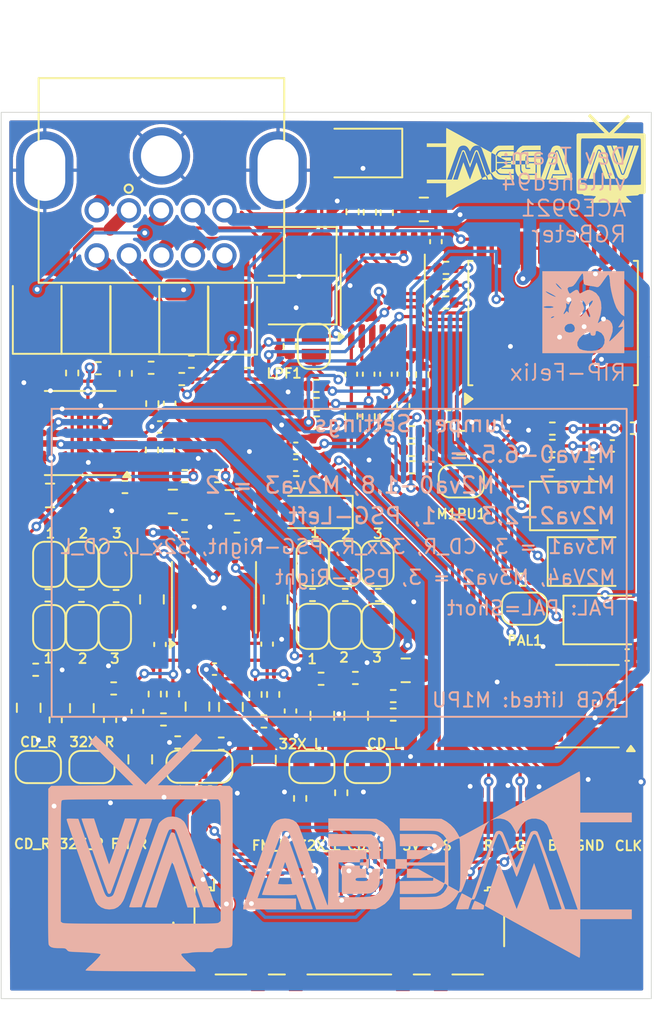
<source format=kicad_pcb>
(kicad_pcb (version 20241229) (generator "pcbnew") (generator_version "9.0")
  (layers (0 "F.Cu" signal) (2 "B.Cu" signal) (13 "F.Paste" user) (15 "B.Paste" user) (5 "F.SilkS" user "F.Silkscreen") (7 "B.SilkS" user "B.Silkscreen") (1 "F.Mask" user) (3 "B.Mask" user) (25 "Edge.Cuts" user))
  (net 0 "")
  (net 1 "+5V")
  (net 2 "/B-IN")
  (net 3 "GND")
  (net 4 "Net-(C4-Pad1)")
  (net 5 "Net-(C5-Pad1)")
  (net 6 "/PSG")
  (net 7 "Net-(C10-Pad1)")
  (net 8 "Net-(32XPD1-A)")
  (net 9 "/32X_L")
  (net 10 "Net-(C11-Pad1)")
  (net 11 "/32X_R")
  (net 12 "Net-(C12-Pad1)")
  (net 13 "Net-(C13-Pad1)")
  (net 14 "Net-(32XPD2-B)")
  (net 15 "Net-(C16-Pad2)")
  (net 16 "Net-(C2-Pad2)")
  (net 17 "/FM_R")
  (net 18 "Net-(C17-Pad2)")
  (net 19 "/FM_L")
  (net 20 "Net-(C3-Pad2)")
  (net 21 "Net-(U2A--)")
  (net 22 "Net-(U2A-+)")
  (net 23 "Net-(U2B-+)")
  (net 24 "Net-(D1-A)")
  (net 25 "Net-(U2B--)")
  (net 26 "Net-(C26-Pad1)")
  (net 27 "/Y-OUT")
  (net 28 "Net-(FM_R1-1-A)")
  (net 29 "/C-OUT")
  (net 30 "Net-(FM_L1-1-A)")
  (net 31 "/CV-OUT")
  (net 32 "/2V5")
  (net 33 "/CLK")
  (net 34 "/G-IN")
  (net 35 "/4xCLK")
  (net 36 "Net-(U3-CH1_IN)")
  (net 37 "Net-(U3-CH2_IN)")
  (net 38 "/R-OUT")
  (net 39 "/G-OUT")
  (net 40 "Net-(U3-CH3_IN)")
  (net 41 "/B-OUT")
  (net 42 "Net-(U3-CH4_IN)")
  (net 43 "Net-(C14-Pad2)")
  (net 44 "Net-(C15-Pad2)")
  (net 45 "Net-(C19-Pad2)")
  (net 46 "/STDSEL")
  (net 47 "/CSync")
  (net 48 "Net-(M1PU1-A)")
  (net 49 "/R-IN")
  (net 50 "/CD_R")
  (net 51 "Net-(C20-Pad2)")
  (net 52 "Net-(C20-Pad1)")
  (net 53 "Net-(C21-Pad2)")
  (net 54 "Net-(C21-Pad1)")
  (net 55 "Net-(C22-Pad2)")
  (net 56 "/CD_L")
  (net 57 "Net-(C24-Pad1)")
  (net 58 "Net-(C24-Pad2)")
  (net 59 "Net-(C25-Pad2)")
  (net 60 "Net-(C25-Pad1)")
  (net 61 "Net-(C26-Pad2)")
  (net 62 "Net-(U5-RED)")
  (net 63 "Net-(U5-GREEN)")
  (net 64 "Net-(U5-BLUE)")
  (net 65 "Net-(U4A--)")
  (net 66 "Net-(C30-Pad2)")
  (net 67 "Net-(U4B--)")
  (net 68 "Net-(C31-Pad2)")
  (net 69 "/AUD-R")
  (net 70 "Net-(C34-Pad1)")
  (net 71 "/AUD-L")
  (net 72 "Net-(C35-Pad1)")
  (net 73 "Net-(C36-Pad1)")
  (net 74 "Net-(U5-TRAP)")
  (net 75 "Net-(CN1-B)")
  (net 76 "Net-(C41-Pad1)")
  (net 77 "/V_REF")
  (net 78 "Net-(CDPD1-A)")
  (net 79 "Net-(CDPD2-A)")
  (net 80 "Net-(FM_L1-1-B)")
  (net 81 "Net-(FM_L1-2-B)")
  (net 82 "Net-(FM_L1-2-A)")
  (net 83 "Net-(FM_L2-1-B)")
  (net 84 "Net-(FM_L2-2-A)")
  (net 85 "Net-(FM_L3-1-B)")
  (net 86 "Net-(FM_L3-2-A)")
  (net 87 "Net-(FM_R1-1-B)")
  (net 88 "Net-(FM_R1-2-A)")
  (net 89 "Net-(FM_R1-2-B)")
  (net 90 "Net-(FM_R2-1-B)")
  (net 91 "Net-(FM_R2-2-A)")
  (net 92 "Net-(FM_R3-1-B)")
  (net 93 "Net-(FM_R3-2-A)")
  (net 94 "Net-(LPF1-A)")
  (net 95 "Net-(PSGPD1-A)")
  (net 96 "Net-(PSGPD1-B)")
  (net 97 "Net-(U4C--)")
  (net 98 "Net-(C38-Pad1)")
  (net 99 "Net-(U5-LUM_OUT)")
  (net 100 "Net-(U5-CHROM_OUT)")
  (net 101 "Net-(U5-CVBS_OUT)")
  (net 105 "Net-(CN1-G)")
  (net 106 "Net-(CN1-R)")
  (net 107 "Net-(C42-Pad1)")
  (net 108 "Net-(C43-Pad1)")
  (net 109 "Net-(C44-Pad1)")
  (net 110 "Net-(R53-Pad2)")
  (footprint "Resistor_SMD:R_0402_1005Metric" (layer "F.Cu") (at 233.025 137.7 90)
    (property "Reference" "R27" (hide yes))
    (property "Value" "210k")
  )
  (footprint "Resistor_SMD:R_0402_1005Metric" (layer "F.Cu") (at 233.575 118.15 180)
    (property "Reference" "R59" (hide yes))
    (property "Value" "75")
  )
  (footprint "Resistor_SMD:R_0402_1005Metric" (layer "F.Cu") (at 241.94 119.7)
    (property "Reference" "R17" (hide yes))
    (property "Value" "1k")
  )
  (footprint "Jumper:SolderJumper-2_P1.3mm_Open_RoundedPad1.0x1.5mm" (layer "F.Cu") (at 250.925 124.5)
    (property "Reference" "M1PU1")
    (property "Value" "~" (hide yes))
  )
  (footprint "Resistor_SMD:R_0402_1005Metric" (layer "F.Cu") (at 233.75 127.275 180)
    (property "Reference" "R30" (hide yes))
    (property "Value" "300k")
  )
  (footprint "Resistor_SMD:R_0402_1005Metric" (layer "F.Cu") (at 240.685 124.55)
    (property "Reference" "R60" (hide yes))
    (property "Value" "470")
  )
  (footprint "Connector_Wire:SolderWirePad_1x01_SMD_1x2mm" (layer "F.Cu") (at 254.575 145.35)
    (property "Reference" "G")
    (property "Value" "~" (hide yes))
  )
  (footprint "Resistor_SMD:R_0402_1005Metric" (layer "F.Cu") (at 224.51 136.19 180)
    (property "Reference" "R38" (hide yes))
    (property "Value" "21k")
  )
  (footprint "Capacitor_SMD:C_0805_2012Metric" (layer "F.Cu") (at 224.075 138.55 90)
    (property "Reference" "C19" (hide yes))
    (property "Value" "10u")
  )
  (footprint "Connector_Wire:SolderWirePad_1x01_SMD_1x2mm" (layer "F.Cu") (at 239 145.325)
    (property "Reference" "FM_L")
    (property "Value" "SMD_Conn_01x01" (hide yes))
  )
  (footprint "Capacitor_SMD:C_0402_1005Metric" (layer "F.Cu") (at 260.3 122.3 180)
    (property "Reference" "C28" (hide yes))
    (property "Value" "0.1u")
  )
  (footprint "Resistor_SMD:R_0402_1005Metric" (layer "F.Cu") (at 231.75 119.675 90)
    (property "Reference" "R45" (hide yes))
    (property "Value" "30k")
  )
  (footprint "Resistor_SMD:R_0402_1005Metric" (layer "F.Cu") (at 229.5 131.62 180)
    (property "Reference" "R21" (hide yes))
    (property "Value" "130k")
  )
  (footprint "Resistor_SMD:R_0402_1005Metric" (layer "F.Cu") (at 245.25 107.8 90)
    (property "Reference" "R54" (hide yes))
    (property "Value" "75")
  )
  (footprint "Capacitor_Tantalum_SMD:CP_EIA-3528-15_AVX-H" (layer "F.Cu") (at 227.625 114.125 90)
    (property "Reference" "C35" (hide yes))
    (property "Value" "47u")
  )
  (footprint "Resistor_SMD:R_0402_1005Metric" (layer "F.Cu") (at 227.35 131.6 180)
    (property "Reference" "R20" (hide yes))
    (property "Value" "100k")
  )
  (footprint "Resistor_SMD:R_0402_1005Metric" (layer "F.Cu") (at 249.975 113.4)
    (property "Reference" "R34" (hide yes))
    (property "Value" "75")
  )
  (footprint "Capacitor_SMD:C_0805_2012Metric" (layer "F.Cu") (at 238.675 141.775 90)
    (property "Reference" "C3" (hide yes))
    (property "Value" "10u")
  )
  (footprint "Package_SO:SOIC-16W_7.5x10.3mm_P1.27mm" (layer "F.Cu") (at 256.625 114.675 90)
    (property "Reference" "U5" (hide yes))
    (property "Value" "AD725")
  )
  (footprint "Capacitor_SMD:C_0805_2012Metric" (layer "F.Cu") (at 244.4 139.05 90)
    (property "Reference" "C22" (hide yes))
    (property "Value" "10u")
  )
  (footprint "Resistor_SMD:R_0402_1005Metric" (layer "F.Cu") (at 232.44 139.275)
    (property "Reference" "R1" (hide yes))
    (property "Value" "100k")
  )
  (footprint "Resistor_SMD:R_0402_1005Metric" (layer "F.Cu") (at 231.725 122.55 -90)
    (property "Reference" "R47" (hide yes))
    (property "Value" "30k")
  )
  (footprint "Capacitor_SMD:C_0805_2012Metric" (layer "F.Cu") (at 248.6 107.625 180)
    (property "Reference" "C23" (hide yes))
    (property "Value" "10u")
  )
  (footprint "Capacitor_SMD:C_0805_2012Metric" (layer "F.Cu") (at 233.025 125.75 180)
    (property "Reference" "C20" (hide yes))
    (property "Value" "10u")
  )
  (footprint "Resistor_SMD:R_0402_1005Metric" (layer "F.Cu") (at 234.175 117.075 180)
    (property "Reference" "R58" (hide yes))
    (property "Value" "75")
  )
  (footprint "Capacitor_SMD:C_0805_2012Metric" (layer "F.Cu") (at 242.3 139.05 90)
    (property "Reference" "C17" (hide yes))
    (property "Value" "10u")
  )
  (footprint "Jumper:SolderJumper-2_P1.3mm_Open_RoundedPad1.0x1.5mm" (layer "F.Cu") (at 224.675 142.225 180)
    (property "Reference" "CD_R")
    (property "Value" "~" (hide yes))
  )
  (footprint "MyLibrary:MD10SM-SS" (layer "F.Cu") (at 231.6934 97.9768 180)
    (property "Reference" "CN1" (hide yes))
    (property "Value" "MD-90SM_MD2")
  )
  (footprint "Resistor_SMD:R_0402_1005Metric" (layer "F.Cu") (at 229.35 137.35)
    (property "Reference" "R26" (hide yes))
    (property "Value" "210k")
  )
  (footprint "Resistor_SMD:R_0402_1005Metric" (layer "F.Cu") (at 244.35 136.7 180)
    (property "Reference" "R41" (hide yes))
    (property "Value" "21k")
  )
  (footprint "Connector_Wire:SolderWirePad_1x01_SMD_1x2mm" (layer "F.Cu") (at 227.35 145.225)
    (property "Reference" "32X_R")
    (property "Value" "SMD_Conn_01x01" (hide yes))
  )
  (footprint "Resistor_SMD:R_0402_1005Metric" (layer "F.Cu") (at 247.85 122.55)
    (property "Reference" "R9" (hide yes))
    (property "Value" "5.62k")
  )
  (footprint "Package_SO:TSSOP-14_4.4x5mm_P0.65mm" (layer "F.Cu") (at 246.05 112.625 90)
    (property "Reference" "U3" (hide yes))
    (property "Value" "THS7374")
  )
  (footprint "Resistor_SMD:R_0402_1005Metric" (layer "F.Cu") (at 230.1 117.8 -90)
    (property "Reference" "R49" (hide yes))
    (property "Value" "100k")
  )
  (footprint "Resistor_SMD:R_0402_1005Metric" (layer "F.Cu") (at 243.475 143.825 -90)
    (property "Reference" "R33" (hide yes))
    (property "Value" "75")
  )
  (footprint "Resistor_SMD:R_0402_1005Metric" (layer "F.Cu") (at 225.75 139.3 90)
    (property "Reference" "R37" (hide yes))
    (property "Value" "75")
  )
  (footprint "Connector_Wire:SolderWirePad_1x01_SMD_1x2mm" (layer "F.Cu") (at 261.225 145.475)
    (property "Reference" "CLK")
    (property "Value" "~" (hide yes))
  )
  (footprint "Resistor_SMD:R_0402_1005Metric" (layer "F.Cu") (at 233.325 140.7 180)
    (property "Reference" "R8" (hide yes))
    (property "Value" "2.2k")
  )
  (footprint "Jumper:SolderJumper-2_P1.3mm_Open_RoundedPad1.0x1.5mm" (layer "F.Cu") (at 229.45 129.65 90)
    (property "Reference" "FM_R3-2" (hide yes))
    (property "Value" "SolderJumper_2_Open" (hide yes))
  )
  (footprint "Capacitor_SMD:C_0402_1005Metric" (layer "F.Cu") (at 261.225 135.275 180)
    (property "Reference" "C1" (hide yes))
    (property "Value" "0.01u")
  )
  (footprint "Capacitor_Tantalum_SMD:CP_EIA-3528-15_AVX-H" (layer "F.Cu") (at 257.65 126.025)
    (property "Reference" "C24" (hide yes))
    (property "Value" "220u")
  )
  (footprint "Connector_Wire:SolderWirePad_1x01_SMD_1x2mm" (layer "F.Cu") (at 250.05 145.375)
    (property "Reference" "S")
    (property "Value" "~" (hide yes))
  )
  (footprint "Resistor_SMD:R_0402_1005Metric" (layer "F.Cu") (at 246.7 137.825 180)
    (property "Reference" "R62" (hide yes))
    (property "Value" "10k")
  )
  (footprint "Connector_Wire:SolderWirePad_1x01_SMD_1x2mm" (layer "F.Cu") (at 230.325 145.25)
    (property "Reference" "FM_R")
    (property "Value" "SMD_Conn_01x01" (hide yes))
  )
  (footprint "Resistor_SMD:R_0402_1005Metric" (layer "F.Cu") (at 247.325 119.85 90)
    (property "Reference" "R12" (hide yes))
    (property "Value" "5.62k")
  )
  (footprint "Jumper:SolderJumper-2_P1.3mm_Open_RoundedPad1.0x1.5mm" (layer "F.Cu") (at 241.7 129.6 90)
    (property "Reference" "FM_L1-2" (hide yes))
    (property "Value" "SolderJumper_2_Open")
  )
  (footprint "Resistor_SMD:R_0402_1005Metric" (layer "F.Cu") (at 247.85 121.45)
    (property "Reference" "R6" (hide yes))
    (property "Value" "5.62k")
  )
  (footprint "Resistor_SMD:R_0402_1005Metric" (layer "F.Cu") (at 239.25 137.725 -90)
    (property "Reference" "R4" (hide yes))
    (property "Value" "100k")
  )
  (footprint "Resistor_SMD:R_0402_1005Metric" (layer "F.Cu") (at 237.65 117.075 180)
    (property "Reference" "R57" (hide yes))
    (property "Value" "75")
  )
  (footprint "Jumper:SolderJumper-2_P1.3mm_Open_RoundedPad1.0x1.5mm" (layer "F.Cu") (at 227.4 129.65 90)
    (property "Reference" "FM_R2-2" (hide yes))
    (property "Value" "SolderJumper_2_Open" (hide yes))
  )
  (footprint "Resistor_SMD:R_0402_1005Metric" (layer "F.Cu") (at 241.69 131.55)
    (property "Reference" "R22" (hide yes))
    (property "Value" "10k")
  )
  (footprint "Resistor_SMD:R_0402_1005Metric" (layer "F.Cu") (at 235.79 124.175)
    (property "Reference" "R40" (hide yes))
    (property "Value" "30k")
  )
  (footprint "Jumper:SolderJumper-2_P1.3mm_Open_RoundedPad1.0x1.5mm" (layer "F.Cu") (at 225.35 133.575 90)
    (property "Reference" "FM_R1-1" (hide yes))
    (property "Value" "SolderJumper_2_Open" (hide yes))
  )
  (footprint "Resistor_SMD:R_0402_1005Metric" (layer "F.Cu") (at 246.7 138.975)
    (property "Reference" "R61" (hide yes))
    (property "Value" "10k")
  )
  (footprint "Resistor_SMD:R_0402_1005Metric" (layer "F.Cu") (at 230.05 124.85 180)
    (property "Reference" "R48" (hide yes))
    (property "Value" "100k")
  )
  (footprint "Package_SO:TSSOP-14_4.4x5mm_P0.65mm" (layer "F.Cu") (at 235.575 131.7 90)
    (property "Reference" "U2" (hide yes))
    (property "Value" "MC33204")
  )
  (footprint "Jumper:SolderJumper-2_P1.3mm_Open_RoundedPad1.0x1.5mm" (layer "F.Cu") (at 229.425 133.575 90)
    (property "Reference" "FM_R3-1" (hide yes))
    (property "Value" "SolderJumper_2_Open" (hide yes))
  )
  (footprint "Capacitor_SMD:C_0805_2012Metric" (layer "F.Cu") (at 225.4 125.375)
    (property "Reference" "C45" (hide yes))
    (property "Value" "10u")
  )
  (footprint "Capacitor_SMD:C_0402_1005Metric" (layer "F.Cu") (at 238.875 134.6 90)
    (property "Reference" "C7" (hide yes))
    (property "Value" "27p")
  )
  (footprint "Resistor_SMD:R_0402_1005Metric" (layer "F.Cu") (at 240.925 144.175 -90)
    (property "Reference" "R18" (hide yes))
    (property "Value" "75")
  )
  (footprint "Resistor_SMD:R_0402_1005Metric" (layer "F.Cu") (at 256.575 122.3)
    (property "Reference" "R44" (hide yes))
    (property "Value" "75")
  )
  (footprint "Resistor_SMD:R_0402_1005Metric" (layer "F.Cu") (at 236.025 140.775)
    (property "Reference" "R7" (hide yes))
    (property "Value" "750")
  )
  (footprint "Resistor_SMD:R_0402_1005Metric" (layer "F.Cu") (at 245.775 131.55)
    (property "Reference" "R24" (hide yes))
    (property "Value" "130k")
  )
  (footprint "Resistor_SMD:R_0402_1005Metric" (layer "F.Cu") (at 241.925 118.575)
    (property "Reference" "R15" (hide yes))
    (property "Value" "1k")
  )
  (footprint "Package_SO:TSSOP-14_4.4x5mm_P0.65mm" (layer "F.Cu") (at 227.275 121.5 180)
    (property "Reference" "U4" (hide yes))
    (property "Value" "MC33204")
  )
  (footprint "Jumper:SolderJumper-2_P1.3mm_Open_RoundedPad1.0x1.5mm" (layer "F.Cu") (at 243.725 129.6 90)
    (property "Reference" "FM_L2-2" (hide yes))
    (property "Value" "SolderJumper_2_Open")
  )
  (footprint "Jumper:SolderJumper-2_P1.3mm_Open_RoundedPad1.0x1.5mm" (layer "F.Cu") (at 243.725 133.5 90)
    (property "Reference" "FM_L2-1" (hide yes))
    (property "Value" "SolderJumper_2_Open")
  )
  (footprint "Capacitor_Tantalum_SMD:CP_EIA-3528-15_AVX-H" (layer "F.Cu") (at 236.74 114.1725 90)
    (property "Reference" "C44" (hide yes))
    (property "Value" "220u")
  )
  (footprint "Capacitor_SMD:C_0402_1005Metric" (layer "F.Cu") (at 249.35 109.625 -90)
    (property "Reference" "C18" (hide yes))
    (property "Value" "0.1u")
  )
  (footprint "LOGO_Library:MegaAV Logo (Small)" (layer "F.Cu") (at 256.03 104.23)
    (property "Reference" "G***" (hide yes))
    (property "Value" "LOGO" (hide yes))
  )
  (footprint "Capacitor_SMD:C_0402_1005Metric" (layer "F.Cu") (at 232.225 134.62 90)
    (property "Reference" "C6" (hide yes))
    (property "Value" "27p")
  )
  (footprint "Connector_Wire:SolderWirePad_1x01_SMD_1x2mm" (layer "F.Cu") (at 224.3 145.225)
    (property "Reference" "CD_R")
    (property "Value" "SMD_Conn_01x01" (hide yes))
  )
  (footprint "Capacitor_SMD:C_0805_2012Metric" (layer "F.Cu") (at 231 141.75 90)
    (property "Reference" "C2" (hide yes))
    (property "Value" "10u")
  )
  (footprint "Resistor_SMD:R_0402_1005Metric" (layer "F.Cu") (at 244.175 107.775 90)
    (property "Reference" "R56" (hide yes))
    (property "Value" "75")
  )
  (footprint "Capacitor_SMD:C_0805_2012Metric" (layer "F.Cu") (at 236.55 125.775 180)
    (property "Reference" "C21" (hide yes))
    (property "Value" "10u")
  )
  (footprint "Resistor_SMD:R_0402_1005Metric" (layer "F.Cu") (at 225.265 131.575 180)
    (property "Reference" "R19" (hide yes))
    (property "Value" "10k")
  )
  (footprint "Diode_SMD:D_SOD-123" (layer "F.Cu") (at 241.825 126.4 180)
    (property "Reference" "D1" (hide yes))
    (property "Value" "1N4148W")
  )
  (footprint "Capacitor_SMD:C_0402_1005Metric" (layer "F.Cu") (at 232.825 119.65 90)
    (property "Reference" "C31" (hide yes))
    (property "Value" "5600p")
  )
  (footprint "Resistor_SMD:R_0402_1005Metric" (layer "F.Cu") (at 243.725 131.55)
    (property "Reference" "R23" (hide yes))
    (property "Value" "100k")
  )
  (footprint "Capacitor_SMD:C_0402_1005Metric" (layer "F.Cu") (at 247.325 117.85 90)
    (property "Reference" "C13" (hide yes))
    (property "Value" "0.1u")
  )
  (footprint "Package_SO:SOIC-8_3.9x4.9mm_P1.27mm" (layer "F.Cu") (at 258.75 138.45 180)
    (property "Reference" "U1" (hide yes))
    (property "Value" "ICS501")
  )
  (footprint "Resistor_SMD:R_0402_1005Metric" (layer "F.Cu") (at 246.25 120.475 90)
    (property "Reference" "R11" (hide yes))
    (property "Value" "5.62k")
  )
  (footprint "Capacitor_SMD:C_0402_1005Metric" (layer "F.Cu") (at 232.2 121.125)
    (property "Reference" "C46" (hide yes))
    (property "Value" "0.1u")
  )
  (footprint "Connector_Wire:SolderWirePad_1x01_SMD_1x2mm" (layer "F.Cu") (at 234.7 145.3)
    (property "Reference" "P1" (hide yes))
    (property "Value" "SMD_Conn_01x01" (hide yes))
  )
  (footprint "Capacitor_SMD:C_0402_1005Metric" (layer "F.Cu") (at 250.15 120.45)
    (property "Reference" "C33" (hide yes))
    (property "Value" "0.1u")
  )
  (footprint "Capacitor_SMD:C_0402_1005Metric" (layer "F.Cu") (at 235.605 136.15)
    (property "Reference" "C47" (hide yes))
    (property "Value" "0.1u")
  )
  (footprint "Capacitor_Tantalum_SMD:CP_EIA-3528-15_AVX-H" (layer "F.Cu") (at 240.725 113.25 180)
    (property "Reference" "C41" (hide yes))
    (property "Value" "220u")
  )
  (footprint "Capacitor_SMD:C_0805_2012Metric" (layer "F.Cu") (at 234.55 138.475 90)
    (property "Reference" "C15" (hide yes))
    (property "Value" "10u")
  )
  (footprint "Connector_Wire:SolderWirePad_1x01_SMD_1x2mm" (layer "F.Cu") (at 242.3 145.3)
    (property "Reference" "32X_L")
    (property "Value" "SMD_Conn_01x01" (hide yes))
  )
  (footprint "Jumper:SolderJumper-2_P1.3mm_Open_RoundedPad1.0x1.5mm" (layer "F.Cu") (at 245.725 129.6 90)
    (property "Reference" "FM_L3-2" (hide yes))
    (property "Value" "SolderJumper_2_Open")
  )
  (footprint "Capacitor_SMD:C_0402_1005Metric" (layer "F.Cu") (at 240.64 123.5)
    (property "Reference" "C39" (hide yes))
    (property "Value" "9p")
  )
  (footprint "Resistor_SMD:R_0402_1005Metric" (layer "F.Cu") (at 256.575 121.225)
    (property "Reference" "R43" (hide yes))
    (property "Value" "75")
  )
  (footprint "Capacitor_SMD:C_0805_2012Metric" (layer "F.Cu") (at 231.725 131.825 90)
    (property "Reference" "C8" (hide yes))
    (property "Value" "10u")
  )
  (footprint "Jumper:SolderJumper-2_P1.3mm_Open_RoundedPad1.0x1.5mm" (layer "F.Cu") (at 227.4 133.575 90)
    (property "Reference" "FM_R2-1" (hide yes))
    (property "Value" "SolderJumper_2_Open" (hide yes))
  )
  (footprint "Capacitor_Tantalum_SMD:CP_EIA-3528-15_AVX-H" (layer "F.Cu") (at 240.725 110.225 180)
    (property "Reference" "C38" (hide yes))
    (property "Value" "220u")
  )
  (footprint "Jumper:SolderJumper-2_P1.3mm_Open_RoundedPad1.0x1.5mm" (layer "F.Cu") (at 254.85 132.4)
    (property "Reference" "PAL1")
    (property "Value" "~" (hide yes))
  )
  (footprint "Resistor_SMD:R_0402_1005Metric" (layer "F.Cu") (at 237 127.3)
    (property "Reference" "R31" (hide yes))
    (property "Value" "300k")
  )
  (footprint "Resistor_SMD:R_0402_1005Metric" (layer "F.Cu") (at 229.125 139.29 -90)
    (property "Reference" "R25" (hide yes))
    (property "Value" "75")
  )
  (footprint "Resistor_SMD:R_0402_1005Metric" (layer "F.Cu") (at 226.775 117.775 90)
    (property "Reference" "R53" (hide yes))
    (property "Value" "51k")
  )
  (footprint "Jumper:SolderJumper-2_P1.3mm_Open_RoundedPad1.0x1.5mm" (layer "F.Cu") (at 225.35 129.65 90)
    (property "Reference" "FM_R1-2" (hide yes))
    (property "Value" "SolderJumper_2_Open" (hide yes))
  )
  (footprint "Resistor_SMD:R_0402_1005Metric" (layer "F.Cu") (at 256.55 123.4)
    (property "Reference" "R46" (hide yes))
    (property "Value" "75")
  )
  (footprint "Connector_Wire:SolderWirePad_1x01_SMD_1x2mm" (layer "F.Cu") (at 256.5 145.375)
    (property "Reference" "B")
    (property "Value" "~" (hide yes))
  )
  (footprint "Capacitor_SMD:C_0402_1005Metric" (layer "F.Cu") (at 245.175 117.85 90)
    (property "Reference" "C11" (hide yes))
    (property "Value" "0.1u")
  )
  (footprint "Capacitor_Tantalum_SMD:CP_EIA-3528-15_AVX-H" (layer "F.Cu") (at 258.75 129.475)
    (property "Reference" "C25" (hide yes))
    (property "Value" "220u")
  )
  (footprint "Resistor_SMD:R_0402_1005Metric" (layer "F.Cu") (at 247.875 123.625)
    (property "Reference" "R10" (hide yes))
    (property "Value" "5.62k")
  )
  (footprint "Capacitor_SMD:C_0402_1005Metric" (layer "F.Cu") (at 240.655 122.45 180)
    (property "Reference" "C40" (hide yes))
    (property "Value" "18p")
  )
  (footprint "Jumper:SolderJumper-2_P1.3mm_Open_RoundedPad1.0x1.5mm" (layer "F.Cu") (at 241.7 133.5 90)
    (property "Reference" "FM_L1-1" (hide yes))
    (property "Value" "SolderJumper_2_Open")
  )
  (footprint "Resistor_SMD:R_0402_1005Metric" (layer "F.Cu") (at 249.975 112.325)
    (property "Reference" "R35" (hide yes))
    (property "Value" "75")
  )
  (footprint "Resistor_SMD:R_0402_1005Metric" (layer "F.Cu") (at 231.9 137.7 -90)
    (property "Reference" "R3" (hide yes))
    (property "Value" "100k")
  )
  (footprint "Resistor_SMD:R_0402_1005Metric" (layer "F.Cu") (at 249.975 111.25)
    (property "Reference" "R36" (hide yes))
    (property "Value" "75")
  )
  (footprint "Jumper:SolderJumper-2_P1.3mm_Open_RoundedPad1.0x1.5mm" (layer "F.Cu") (at 241.775 116.125 -90)
    (property "Reference" "LPF1")
    (property "Value" "~" (hide yes))
  )
  (footprint "Capacitor_SMD:C_0402_1005Metric" (layer "F.Cu") (at 244.1 117.85 90)
    (property "Reference" "C10" (hide yes))
    (property "Value" "0.1u")
  )
  (footprint "Capacitor_SMD:C_0402_1005Metric" (layer "F.Cu") (at 232.75 122.575 -90)
    (property "Reference" "C30" (hide yes))
    (property "Value" "5600p")
  )
  (footprint "Resistor_SMD:R_0402_1005Metric" (layer "F.Cu") (at 242.225 136.75 180)
    (property "Reference" "R29" (hide yes))
    (property "Value" "210k")
  )
  (footprint "Capacitor_Tantalum_SMD:CP_EIA-3528-15_AVX-H" (layer "F.Cu") (at 233.69 114.15 90)
    (property "Reference" "C42" (hide yes))
    (property "Value" "220u")
  )
  (footprint "Connector_Wire:SolderWirePad_1x01_SMD_1x2mm" (layer "F.Cu") (at 247.775 145.375)
    (property "Reference" "5V")
    (property "Value" "~" (hide yes))
  )
  (footprint "Connector_Wire:SolderWirePad_1x01_SMD_1x2mm" (layer "F.Cu") (at 258.9 145.4)
    (property "Reference" "GND")
    (property "Value" "~" (hide yes))
  )
  (footprint "Capacitor_SMD:C_0805_2012Metric" (layer "F.Cu") (at 239.4 131.825 90)
    (property "Reference" "C9" (hide yes))
    (property "Value" "10u")
  )
  (footprint "Capacitor_SMD:C_0805_2012Metric" (layer "F.Cu") (at 250.925 122.1)
    (property "Reference" "C32" (hide yes))
    (property "Value" "10u")
  )
  (footprint "Capacitor_Tantalum_SMD:CP_EIA-3528-15_AVX-H" (layer "F.Cu") (at 259.725 133.1)
    (property "Reference" "C26" (hide yes))
    (property "Value" "220u")
  )
  (footprint "Resistor_SMD:R_0402_1005Metric" (layer "F.Cu") (at 241.95 120.85 180)
    (property "Reference" "R5" (hide yes))
    (property "Value" "2.2k")
  )
  (footprint "Capacitor_Tantalum_SMD:CP_EIA-3528-15_AVX-H" (layer "F.Cu") (at 244.8 104.125 180)
    (property "Reference" "C36" (hide yes))
    (property "Value" "220u")
  )
  (footprint "Connector_FFC-FPC:Molex_502244-3330_1x33-1MP_P0.5mm_Horizontal" (layer "F.Cu") (at 243.975 152.65)
    (property "Reference" "Z1")
    (property "Value" "Conn_01x33_Pin")
  )
  (footprint "Jumper:SolderJumper-3_P1.3mm_Open_RoundedPad1.0x1.5mm" (layer "F.Cu") (at 234.675 142.2075)
    (property "Reference" "PSG")
    (property "Value" "SolderJumper_3_Open")
  )
  (footprint "Capacitor_Tantalum_SMD:CP_EIA-3528-15_AVX-H" (layer "F.Cu") (at 230.67 114.14 90)
    (property "Reference" "C43" (hide yes))
    (property "Value" "220u")
  )
  (footprint "Capacitor_SMD:C_0402_1005Metric" (layer "F.Cu") (at 259.02 123.375 180)
    (property "Reference" "C27" (hide yes))
    (property "Value" "0.1u")
  )
  (footprint "Resistor_SMD:R_0402_1005Metric" (layer "F.Cu") (at 254.775 130.6 180)
    (property "Reference" "R42" (hide yes))
    (property "Value" "5.62k")
  )
  (footprint "Resistor_SMD:R_0402_1005Metric" (layer "F.Cu") (at 233.765 124.175)
    (property "Reference" "R39" (hide yes))
    (property "Value" "30k")
  )
  (footprint "Capacitor_SMD:C_0805_2012Metric" (layer "F.Cu") (at 236.625 138.5 90)
    (property "Reference" "C16" (hide yes))
    (property "Value" "10u")
  )
  (footprint "Connector_Wire:SolderWirePad_1x01_SMD_1x2mm" (layer "F.Cu") (at 252.625 145.375)
    (property "Reference" "R")
    (property "Value" "~" (hide yes))
  )
  (footprint "Resistor_SMD:R_0402_1005Metric" (layer "F.Cu") (at 244.1 120.45 90)
    (property "Reference" "R16" (hide yes))
    (property "Value" "5.62k")
  )
  (footprint "Capacitor_SMD:C_0402_1005Metric" (layer "F.Cu") (at 261.55 121.2 180)
    (property "Reference" "C29" (hide yes))
    (property "Value" "0.1u")
  )
  (footprint "Resistor_SMD:R_0402_1005Metric" (layer "F.Cu") (at 238.15 137.725 90)
    (property "Reference" "R28" (hide yes))
    (property "Value" "210k")
  )
  (footprint "Resistor_SMD:R_0402_1005Metric" (layer "F.Cu") (at 246.3 107.825 90)
    (property "Reference" "R52" (hide yes))
    (property "Value" "75")
  )
  (footprint "Capacitor_SMD:C_0402_1005Metric" (layer "F.Cu") (at 240.325 138.75 -90)
    (property "Reference" "C5" (hide yes))
    (property "Value" "27p")
  )
  (footprint "Resistor_SMD:R_0402_1005Metric" (layer "F.Cu") (at 228.4 117.475)
    (property "Reference" "R50" (hide yes))
    (property "Value" "330")
  )
  (footprint "Capacitor_SMD:C_0402_1005Metric" (layer "F.Cu") (at 246.25 117.85 90)
    (property "Reference" "C12" (hide yes))
    (property "Value" "0.1u")
  )
  (footprint "Resistor_SMD:R_0402_1005Metric" (layer "F.Cu") (at 240.275 116.125 90)
    (property "Reference" "R32" (hide yes))
    (property "Value" "5.62k")
  )
  (footprint "Resistor_SMD:R_0402_1005Metric" (layer "F.Cu") (at 248.5 117.875 -90)
    (property "Reference" "R14" (hide yes))
    (property "Value" "1k")
  )
  (footprint "Jumper:SolderJumper-2_P1.3mm_Open_RoundedPad1.0x1.5mm" (layer "F.Cu") (at 228 142.225)
    (property "Reference" "32X_R")
    (property "Value" "~" (hide yes))
  )
  (footprint "Capacitor_SMD:C_0805_2012Metric" (layer "F.Cu") (at 227.375 138.575 90)
    (property "Reference" "C14" (hide yes))
    (property "Value" "10u")
  )
  (footprint "Resistor_SMD:R_0402_1005Metric" (layer "F.Cu") (at 245.175 120.475 90)
    (property "Reference" "R13" (hide yes))
    (property "Value" "5.62k")
  )
  (footprint "Jumper:SolderJumper-2_P1.3mm_Open_RoundedPad1.0x1.5mm" (layer "F.Cu") (at 245.75 133.5 90)
    (property "Reference" "FM_L3-1" (hide yes))
    (property "Value" "SolderJumper_2_Open")
  )
  (footprint "Capacitor_SMD:C_0402_1005Metric" (layer "F.Cu") (at 230.825 138.775 -90)
    (property "Reference" "C4" (hide yes))
    (property "Value" "27p")
  )
  (footprint "Connector_Wire:SolderWirePad_1x01_SMD_1x2mm" (layer "F.Cu") (at 244.825 145.325)
    (property "Reference" "CD_L")
    (property "Value" "SMD_Conn_01x01" (hide yes))
  )
  (footprint "Capacitor_Tantalum_SMD:CP_EIA-3528-15_AVX-H" (layer "F.Cu") (at 224.6 114.125 90)
    (property "Reference" "C34" (hide yes))
    (property "Value" "47u")
  )
  (footprint "Jumper:SolderJumper-2_P1.3mm_Open_RoundedPad1.0x1.5mm" (layer "F.Cu") (at 241.65 142.225)
    (property "Reference" "32X_L")
    (property "Value" "~" (hide yes))
  )
  (footprint "Jumper:SolderJumper-2_P1.3mm_Open_RoundedPad1.0x1.5mm" (layer "F.Cu") (at 245.1 142.225)
    (property "Reference" "CD_L")
    (property "Value" "~" (hide yes))
  )
  (footprint "Capacitor_SMD:C_0805_2012Metric" (layer "F.Cu") (at 247.475 136.225)
    (property "Reference" "C48" (hide yes))
    (property "Value" "10u")
  )
  (footprint "Resistor_SMD:R_0402_1005Metric" (layer "F.Cu") (at 231.675 117.45)
    (property "Reference" "R51" (hide yes))
    (property "Value" "330")
  )
  (footprint "Resistor_SMD:R_0402_1005Metric" (layer "F.Cu") (at 238.675 139.4 180)
    (property "Reference" "R2" (hide yes))
    (property "Value" "100k")
  )
  (footprint "LOGO_Library:RIP-Felix Logo(Small)" (layer "B.Cu") (at 258.5 114 180)
    (property "Reference" "G***" (hide yes))
    (property "Value" "LOGO" (hide yes))
  )
  (footprint "LOGO_Library:MegaAV Logo 2" (layer "B.Cu") (at 242.19 146.94 180)
    (property "Reference" "G***" (hide yes))
    (property "Value" "LOGO" (hide yes))
  )
  (gr_rect (start 225.5 120) (end 261.19 139.11) (stroke (width 0.12)) (fill no) (layer "B.SilkS"))
  (gr_rect (start 222.37 101.6) (end 262.72 156.6) (stroke (width 0.05)) (fill no) (layer "Edge.Cuts"))
  (gr_text "3" (at 229.55 127.725 0) (layer "F.SilkS") (effects (font (size 0.6 0.6) (thickness 0.12) (bold yes))))
  (gr_text "2" (at 243.775 127.775 0) (layer "F.SilkS") (effects (font (size 0.6 0.6) (thickness 0.12) (bold yes))))
  (gr_text "1" (at 241.85 127.675 0) (layer "F.SilkS") (effects (font (size 0.6 0.6) (thickness 0.12) (bold yes))))
  (gr_text "3" (at 229.425 135.5 0) (layer "F.SilkS") (effects (font (size 0.6 0.6) (thickness 0.12) (bold yes))))
  (gr_text "3" (at 245.75 127.75 0) (layer "F.SilkS") (effects (font (size 0.6 0.6) (thickness 0.12) (bold yes))))
  (gr_text "2" (at 243.65 135.425 0) (layer "F.SilkS") (effects (font (size 0.6 0.6) (thickness 0.12) (bold yes))))
  (gr_text "1" (at 225.425 127.725 0) (layer "F.SilkS") (effects (font (size 0.6 0.6) (thickness 0.12) (bold yes))))
  (gr_text "2" (at 227.425 135.5 0) (layer "F.SilkS") (effects (font (size 0.6 0.6) (thickness 0.12) (bold yes))))
  (gr_text "1" (at 241.675 135.525 0) (layer "F.SilkS") (effects (font (size 0.6 0.6) (thickness 0.12) (bold yes))))
  (gr_text "1" (at 225.3 135.475 0) (layer "F.SilkS") (effects (font (size 0.6 0.6) (thickness 0.12) (bold yes))))
  (gr_text "3" (at 245.7 135.425 0) (layer "F.SilkS") (effects (font (size 0.6 0.6) (thickness 0.12) (bold yes))))
  (gr_text "2" (at 227.475 127.725 0) (layer "F.SilkS") (effects (font (size 0.6 0.6) (thickness 0.12) (bold yes))))
  (gr_text "M2va2-2.3 = 1, PSG-Left" (at 260.585 126.645 -0) (layer "B.SilkS") (effects (font (size 1 1)) (justify left mirror)))
  (gr_text "RGB lifted: M1PU" (at 260.785 138.07 0) (layer "B.SilkS") (effects (font (size 0.889 0.889) (thickness 0.127)) (justify left mirror)))
  (gr_text "M3va1 = 3, CD_R, 32x_R, PSG-Right, 32x_L, CD_L" (at 260.585 128.55 -0) (layer "B.SilkS") (effects (font (size 0.889 0.889) (thickness 0.127)) (justify left mirror)))
  (gr_text "PAL: PAL=Short" (at 260.585 132.36 -0) (layer "B.SilkS") (effects (font (size 0.889 0.889) (thickness 0.127)) (justify left mirror)))
  (gr_text "M2Va4, M3va2 = 3, PSG-Right" (at 260.585 130.455 -0) (layer "B.SilkS") (effects (font (size 0.889 0.889) (thickness 0.127)) (justify left mirror)))
  (gr_text "Jumper Settings" (at 247.885 120.93 0) (layer "B.SilkS") (effects (font (size 1 1)) (justify mirror)))
  (gr_text "Dev Team:\nvillahed94\nACE9921\nRGBeter\n" (at 261.25 106.75 0) (layer "B.SilkS") (effects (font (size 1 1) (thickness 0.12) (bold yes)) (justify left mirror)))
  (gr_text "M1va7 - M2va0-1.8, M2va3 = 2" (at 260.585 124.74 0) (layer "B.SilkS") (effects (font (size 1 1)) (justify left mirror)))
  (gr_text "RIP-Felix" (at 261.25 117.75 0) (layer "B.SilkS") (effects (font (size 1 1) (thickness 0.12) (bold yes)) (justify left mirror)))
  (gr_text "M1va0-6.5 = 1" (at 260.585 122.835 0) (layer "B.SilkS") (effects (font (size 1 1)) (justify left mirror)))
  (segment (start 259.225 136.795) (end 259.225 139.175) (width 0.2) (layer "F.Cu") (net 1))
  (segment (start 247.775 141.575) (end 247.775 139.54) (width 0.8) (layer "F.Cu") (net 1))
  (segment (start 236.475 148.918) (end 236.426 148.869) (width 0.2) (layer "F.Cu") (net 1))
  (segment (start 256.235 131.55) (end 259.85 131.55) (width 0.2) (layer "F.Cu") (net 1))
  (segment (start 253.45 110.025) (end 254.72 110.025) (width 0.2) (layer "F.Cu") (net 1))
  (segment (start 242.375 117.925) (end 241.775 117.325) (width 0.2) (layer "F.Cu") (net 1))
  (segment (start 247.050001 108.675) (end 249.35 108.675) (width 0.2) (layer "F.Cu") (net 1))
  (segment (start 235.575 135.7) (end 235.575 134.5625) (width 0.2) (layer "F.Cu") (net 1))
  (segment (start 259.225 139.175) (end 261.135 139.175) (width 0.8) (layer "F.Cu") (net 1))
  (segment (start 247.775 143.1) (end 247.775 141.575) (width 0.8) (layer "F.Cu") (net 1))
  (segment (start 257.26 119.325) (end 255.99 119.325) (width 0.2) (layer "F.Cu") (net 1))
  (segment (start 249.35 109.145) (end 249.35 108.675) (width 0.2) (layer "F.Cu") (net 1))
  (segment (start 249.35 107.825) (end 249.55 107.625) (width 0.2) (layer "F.Cu") (net 1))
  (segment (start 241.29 121) (end 241.44 120.85) (width 0.8) (layer "F.Cu") (net 1))
  (segment (start 249.35 108.675) (end 249.35 107.825) (width 0.2) (layer "F.Cu") (net 1))
  (segment (start 241.45 120.825) (end 241.45 120.84) (width 0.2) (layer "F.Cu") (net 1))
  (segment (start 236.475 149.57) (end 236.475 148.918) (width 0.2) (layer "F.Cu") (net 1))
  (segment (start 251.575 124.5) (end 251.575 122.4) (width 0.2) (layer "F.Cu") (net 1))
  (segment (start 250.85 107.95) (end 249.875 107.95) (width 0.2) (layer "F.Cu") (net 1))
  (segment (start 246.7 109.025001) (end 247.050001 108.675) (width 0.2) (layer "F.Cu") (net 1))
  (segment (start 250.63 120.45) (end 250.63 120.855) (width 0.2) (layer "F.Cu") (net 1))
  (segment (start 257.26 118.928032) (end 259.263032 116.925) (width 0.2) (layer "F.Cu") (net 1))
  (segment (start 257.26 119.325) (end 257.26 118.928032) (width 0.2) (layer "F.Cu") (net 1))
  (segment (start 230.1375 121.5) (end 231.345 121.5) (width 0.2) (layer "F.Cu") (net 1))
  (segment (start 261.135 139.175) (end 261.225 139.085) (width 0.8) (layer "F.Cu") (net 1))
  (segment (start 241.45 120.84) (end 241.44 120.85) (width 0.2) (layer "F.Cu") (net 1))
  (segment (start 250.63 120.855) (end 251.875 122.1) (width 0.2) (layer "F.Cu") (net 1))
  (segment (start 243.026884 117.925) (end 242.375 117.925) (width 0.2) (layer "F.Cu") (net 1))
  (segment (start 236.475 149.57) (end 236.475 150.6) (width 0.2) (layer "F.Cu") (net 1))
  (segment (start 255.285 130.6) (end 256.235 131.55) (width 0.2) (layer "F.Cu") (net 1))
  (segment (start 255.99 119.325) (end 255.99 118.300001) (width 0.2) (layer "F.Cu") (net 1))
  (segment (start 243.29 118.188116) (end 243.026884 117.925) (width 0.2) (layer "F.Cu") (net 1))
  (segment (start 249.875 107.95) (end 249.55 107.625) (width 0.2) (layer "F.Cu") (net 1))
  (segment (start 254.72 110.025) (end 254.72 111.895) (width 0.2) (layer "F.Cu") (net 1))
  (segment (start 251.575 122.4) (end 251.875 122.1) (width 0.2) (layer "F.Cu") (net 1))
  (segment (start 247.775 145.375) (end 247.775 143.1) (width 0.8) (layer "F.Cu") (net 1))
  (segment (start 235.231 148.869) (end 234.9 149.2) (width 0.2) (layer "F.Cu") (net 1))
  (segment (start 254.72 111.895) (end 254.75 111.925) (width 0.2) (layer "F.Cu") (net 1))
  (segment (start 259.263032 116.925) (end 259.625 116.925) (width 0.2) (layer "F.Cu") (net 1))
  (segment (start 239.775 121) (end 241.29 121) (width 0.8) (layer "F.Cu") (net 1))
  (segment (start 255.688999 117.999) (end 251.839032 117.999) (width 0.2) (layer "F.Cu") (net 1))
  (segment (start 250.63 119.208032) (end 250.63 120.45) (width 0.2) (layer "F.Cu") (net 1))
  (segment (start 231.345 121.5) (end 231.72 121.125) (width 0.2) (layer "F.Cu") (net 1))
  (segment (start 247.775 139.54) (end 247.21 138.975) (width 0.8) (layer "F.Cu") (net 1))
  (segment (start 255.99 118.300001) (end 255.688999 117.999) (width 0.2) (layer "F.Cu") (net 1))
  (segment (start 235.125 136.15) (end 235.575 135.7) (width 0.2) (layer "F.Cu") (net 1))
  (segment (start 251.839032 117.999) (end 250.63 119.208032) (width 0.2) (layer "F.Cu") (net 1))
  (segment (start 236.475 150.6) (end 236.35 150.725) (width 0.2) (layer "F.Cu") (net 1))
  (segment (start 236.426 148.869) (end 235.231 148.869) (width 0.2) (layer "F.Cu") (net 1))
  (segment (start 260.745 135.275) (end 259.225 136.795) (width 0.2) (layer "F.Cu") (net 1))
  (segment (start 246.7 109.7625) (end 246.7 109.025001) (width 0.2) (layer "F.Cu") (net 1))
  (segment (start 241.775 117.325) (end 241.775 116.775) (width 0.2) (layer "F.Cu") (net 1))
  (via (at 247.775 141.575) (size 0.6) (drill 0.3) (layers "F.Cu" "B.Cu") (net 1))
  (via (at 243.29 118.188116) (size 0.6) (drill 0.3) (layers "F.Cu" "B.Cu") (net 1))
  (via (at 250.85 107.95) (size 0.6) (drill 0.3) (layers "F.Cu" "B.Cu") (net 1))
  (via (at 234.9 149.2) (size 0.6) (drill 0.3) (layers "F.Cu" "B.Cu") (net 1))
  (via (at 259.225 139.175) (size 0.6) (drill 0.3) (layers "F.Cu" "B.Cu") (net 1))
  (via (at 259.625 116.925) (size 0.6) (drill 0.3) (layers "F.Cu" "B.Cu") (net 1))
  (via (at 235.1 136.175) (size 0.6) (drill 0.3) (layers "F.Cu" "B.Cu") (net 1))
  (via (at 239.775 121) (size 0.6) (drill 0.3) (layers "F.Cu" "B.Cu") (net 1))
  (via (at 236.35 150.725) (size 0.6) (drill 0.3) (layers "F.Cu" "B.Cu") (net 1))
  (via (at 241.45 120.825) (size 0.6) (drill 0.3) (layers "F.Cu" "B.Cu") (net 1))
  (via (at 254.75 111.925) (size 0.6) (drill 0.3) (layers "F.Cu" "B.Cu") (net 1))
  (via (at 259.85 131.55) (size 0.6) (drill 0.3) (layers "F.Cu" "B.Cu") (net 1))
  (via (at 231.725 121.1) (size 0.6) (drill 0.3) (layers "F.Cu" "B.Cu") (net 1))
  (segment (start 234.475 144.1) (end 233.55 145.025) (width 0.8) (layer "B.Cu") (net 1))
  (segment (start 262.225 112.55) (end 257.5 107.825) (width 0.8) (layer "B.Cu") (net 1))
  (segment (start 239 120.225) (end 232.6 120.225) (width 0.8) (layer "B.Cu") (net 1))
  (segment (start 262.225 131.425) (end 262.225 116.775) (width 0.8) (layer "B.Cu") (net 1))
  (segment (start 243.29 118.188116) (end 243.026884 117.925) (width 0.2) (layer "B.Cu") (net 1))
  (segment (start 249.25 130.475) (end 239.775 121) (width 0.8) (layer "B.Cu") (net 1))
  (segment (start 232.6 120.225) (end 231.725 121.1) (width 0.8) (layer "B.Cu") (net 1))
  (segment (start 249.25 140.1) (end 249.25 130.475) (width 0.8) (layer "B.Cu") (net 1))
  (segment (start 262.225 136.175) (end 262.225 131.425) (width 0.8) (layer "B.Cu") (net 1))
  (segment (start 243.026884 117.925) (end 241.624804 117.925) (width 0.2) (layer "B.Cu") (net 1))
  (segment (start 257.5 107.825) (end 255.175 107.825) (width 0.8) (layer "B.Cu") (net 1))
  (segment (start 255.175 111.5) (end 254.75 111.925) (width 0.8) (layer "B.Cu") (net 1))
  (segment (start 250.084636 108.249) (end 236.793 108.249) (width 0.8) (layer "B.Cu") (net 1))
  (segment (start 255.175 107.825) (end 250.975 107.825) (width 0.8) (layer "B.Cu") (net 1))
  (segment (start 233.55 145.025) (end 233.55 147.925) (width 0.8) (layer "B.Cu") (net 1))
  (segment (start 241.624804 117.925) (end 241.45 118.099804) (width 0.2) (layer "B.Cu") (net 1))
  (segment (start 259.225 139.175) (end 262.225 136.175) (width 0.8) (layer "B.Cu") (net 1))
  (segment (start 247.775 141.575) (end 256.825 141.575) (width 0.8) (layer "B.Cu") (net 1))
  (segment (start 256.825 141.575) (end 259.225 139.175) (width 0.8) (layer "B.Cu") (net 1))
  (segment (start 241.45 118.099804) (end 241.45 120.825) (width 0.2) (layer "B.Cu") (net 1))
  (segment (start 259.85 131.55) (end 262.1 131.55) (width 0.2) (layer "B.Cu") (net 1))
  (segment (start 262.225 116.775) (end 262.225 112.55) (width 0.8) (layer "B.Cu") (net 1))
  (segment (start 250.85 107.95) (end 250.551 108.249) (width 0.8) (layer "B.Cu") (net 1))
  (segment (start 233.55 147.925) (end 236.35 150.725) (width 0.8) (layer "B.Cu") (net 1))
  (segment (start 240.5 141.575) (end 237 141.575) (width 0.8) (layer "B.Cu") (net 1))
  (segment (start 236.793 108.249) (end 236.494 107.95) (width 0.8) (layer "B.Cu") (net 1))
  (segment (start 239.775 121) (end 239 120.225) (width 0.8) (layer "B.Cu") (net 1))
  (segment (start 250.975 107.825) (end 250.85 107.95) (width 0.8) (layer "B.Cu") (net 1))
  (segment (start 262.225 116.775) (end 259.775 116.775) (width 0.8) (layer "B.Cu") (net 1))
  (segment (start 259.775 116.775) (end 259.625 116.925) (width 0.8) (layer "B.Cu") (net 1))
  (segment (start 247.775 141.575) (end 240.5 141.575) (width 0.8) (layer "B.Cu") (net 1))
  (segment (start 262.1 131.55) (end 262.225 131.425) (width 0.2) (layer "B.Cu") (net 1))
  (segment (start 247.775 141.575) (end 249.25 140.1) (width 0.8) (layer "B.Cu") (net 1))
  (segment (start 255.175 107.825) (end 255.175 111.5) (width 0.8) (layer "B.Cu") (net 1))
  (segment (start 240.5 141.575) (end 235.1 136.175) (width 0.8) (layer "B.Cu") (net 1))
  (segment (start 237 141.575) (end 234.475 144.1) (width 0.8) (layer "B.Cu") (net 1))
  (segment (start 250.551 108.249) (end 250.084636 108.249) (width 0.8) (layer "B.Cu") (net 1))
  (segment (start 247.34 121.45) (end 247.34 120.375) (width 0.2) (layer "F.Cu") (net 2))
  (segment (start 256.5 145.375) (end 256.5 143.025) (width 0.2) (layer "F.Cu") (net 2))
  (segment (start 247.49 120.525) (end 247.325 120.36) (width 0.2) (layer "F.Cu") (net 2))
  (segment (start 252.1 138.625) (end 252.1 128.85) (width 0.2) (layer "F.Cu") (net 2))
  (segment (start 249.475 149.57) (end 249.475 148.7) (width 0.2) (layer "F.Cu") (net 2))
  (segment (start 248.15 124.9) (end 247.8 124.9) (width 0.2) (layer "F.Cu") (net 2))
  (segment (start 256.5 143.025) (end 252.1 138.625) (width 0.2) (layer "F.Cu") (net 2))
  (segment (start 249.475 148.7) (end 251.05 147.125) (width 0.2) (layer "F.Cu") (net 2))
  (segment (start 247.34 120.375) (end 247.325 120.36) (width 0.2) (layer "F.Cu") (net 2))
  (segment (start 256.075 147.125) (end 256.5 146.7) (width 0.2) (layer "F.Cu") (net 2))
  (segment (start 252.1 128.85) (end 248.15 124.9) (width 0.2) (layer "F.Cu") (net 2))
  (segment (start 256.5 146.7) (end 256.5 145.375) (width 0.2) (layer "F.Cu") (net 2))
  (segment (start 248.175 120.525) (end 247.49 120.525) (width 0.2) (layer "F.Cu") (net 2))
  (segment (start 251.05 147.125) (end 256.075 147.125) (width 0.2) (layer "F.Cu") (net 2))
  (via (at 247.8 124.9) (size 0.6) (drill 0.3) (layers "F.Cu" "B.Cu") (net 2))
  (via (at 248.175 120.525) (size 0.6) (drill 0.3) (layers "F.Cu" "B.Cu") (net 2))
  (segment (start 247.8 120.9) (end 247.8 124.9) (width 0.2) (layer "B.Cu") (net 2))
  (segment (start 248.175 120.525) (end 247.8 120.9) (width 0.2) (layer "B.Cu") (net 2))
  (segment (start 243.475 144.335) (end 242.701 143.561) (width 0.2) (layer "F.Cu") (net 3))
  (segment (start 241.85 143.76) (end 241.85 143.281) (width 0.2) (layer "F.Cu") (net 3))
  (segment (start 242.701 143.213856) (end 242.854 143.060856) (width 0.2) (layer "F.Cu") (net 3))
  (segment (start 240.925 144.685) (end 241.85 143.76) (width 0.2) (layer "F.Cu") (net 3))
  (segment (start 242.701 143.561) (end 242.701 143.213856) (width 0.2) (layer "F.Cu") (net 3))
  (via (at 244.85 143.775) (size 0.6) (drill 0.3) (layers "F.Cu" "B.Cu") (net 3))
  (via (at 236.535 140.775) (size 0.6) (drill 0.3) (layers "F.Cu" "B.Cu") (net 3))
  (via (at 232.475 144.1) (size 0.6) (drill 0.3) (layers "F.Cu" "B.Cu") (net 3))
  (via (at 253.975 116.125) (size 0.6) (drill 0.3) (layers "F.Cu" "B.Cu") (net 3))
  (via (at 225.65 144.65) (size 0.6) (drill 0.3) (layers "F.Cu" "B.Cu") (net 3))
  (via (at 240.85 111.775) (size 0.6) (drill 0.3) (layers "F.Cu" "B.Cu") (net 3))
  (via (at 234.35 132.275) (size 0.6) (drill 0.3) (layers "F.Cu" "B.Cu") (net 3))
  (via (at 229.225 126.325) (size 0.6) (drill 0.3) (layers "F.Cu" "B.Cu") (net 3))
  (via (at 230.025 139.25) (size 0.6) (drill 0.3) (layers "F.Cu" "B.Cu") (net 3))
  (via (at 240.675 140.275) (size 0.6) (drill 0.3) (layers "F.Cu" "B.Cu") (net 3))
  (via (at 253.875 120.775) (size 0.6) (drill 0.3) (layers "F.Cu" "B.Cu") (net 3))
  (via (at 253.15 136.95) (size 0.6) (drill 0.3) (layers "F.Cu" "B.Cu") (net 3))
  (via (at 251.575 120.825) (size 0.6) (drill 0.3) (layers "F.Cu" "B.Cu") (net 3))
  (via (at 257.025 115.55) (size 0.6) (drill 0.3) (layers "F.Cu" "B.Cu") (net 3))
  (via (at 223.775 118.375) (size 0.6) (drill 0.3) (layers "F.Cu" "B.Cu") (net 3))
  (via (at 255.75 143.45) (size 0.6) (drill 0.3) (layers "F.Cu" "B.Cu") (net 3))
  (via (at 240.175 118.95) (size 0.6) (drill 0.3) (layers "F.Cu" "B.Cu") (net 3))
  (via (at 257.6 113.225) (size 0.6) (drill 0.3) (layers "F.Cu" "B.Cu") (net 3))
  (via (at 234.6 123.075) (size 0.6) (drill 0.3) (layers "F.Cu" "B.Cu") (net 3))
  (via (at 225.425 118.875) (size 0.6) (drill 0.3) (layers "F.Cu" "B.Cu") (net 3))
  (via (at 245.2 123.175) (size 0.6) (drill 0.3) (layers "F.Cu" "B.Cu") (net 3))
  (via (at 238.45 128.125) (size 0.6) (drill 0.3) (layers "F.Cu" "B.Cu") (net 3))
  (via (at 240.675 113.725) (size 0.6) (drill 0.3) (layers "F.Cu" "B.Cu") (net 3))
  (via (at 259.75 114.425) (size 0.6) (drill 0.3) (layers "F.Cu" "B.Cu") (net 3))
  (via (at 237.775 122.65) (size 0.6) (drill 0.3) (layers "F.Cu" "B.Cu") (net 3))
  (via (at 239.95 143.775) (size 0.6) (drill 0.3) (layers "F.Cu" "B.Cu") (net 3))
  (via (at 239.775 134.3) (size 0.6) (drill 0.3) (layers "F.Cu" "B.Cu") (net 3))
  (via (at 226.15 136.2) (size 0.6) (drill 0.3) (layers "F.Cu" "B.Cu") (net 3))
  (via (at 255.1 121.325) (size 0.6) (drill 0.3) (layers "F.Cu" "B.Cu") (net 3))
  (via (at 229.15 144.45) (size 0.6) (drill 0.3) (layers "F.Cu" "B.Cu") (net 3))
  (via (at 253.825 143.375) (size 0.6) (drill 0.3) (layers "F.Cu" "B.Cu") (net 3))
  (via (at 258.8 143) (size 0.6) (drill 0.3) (layers "F.Cu" "B.Cu") (net 3))
  (via (at 251.475 143.425) (size 0.6) (drill 0.3) (layers "F.Cu" "B.Cu") (net 3))
  (via (at 245.075 135.75) (size 0.6) (drill 0.3) (layers "F.Cu" "B.Cu") (net 3))
  (via (at 247.975 131.975) (size 0.6) (drill 0.3) (layers "F.Cu" "B.Cu") (net 3))
  (via (at 224.675 140.55) (size 0.6) (drill 0.3) (layers "F.Cu" "B.Cu") (net 3))
  (via (at 244.025 112.35) (size 0.6) (drill 0.3) (layers "F.Cu" "B.Cu") (net 3))
  (via (at 233.975 136.275) (size 0.6) (drill 0.3) (layers "F.Cu" "B.Cu") (net 3))
  (via (at 256 134.75) (size 0.6) (drill 0.3) (layers "F.Cu" "B.Cu") (net 3))
  (via (at 237.025 143.85) (size 0.6) (drill 0.3) (layers "F.Cu" "B.Cu") (net 3))
  (via (at 228.55 119.8) (size 0.6) (drill 0.3) (layers "F.Cu" "B.Cu") (net 3))
  (via (at 232.815 140.7) (size 0.6) (drill 0.3) (layers "F.Cu" "B.Cu") (net 3))
  (via (at 262.075 143.15) (size 0.6) (drill 0.3) (layers "F.Cu" "B.Cu") (net 3))
  (via (at 243.325 138.925) (size 0.6) (drill 0.3) (layers "F.Cu" "B.Cu") (net 3))
  (via (at 236.2 132.35) (size 0.6) (drill 0.3) (layers "F.Cu" "B.Cu") (net 3))
  (via (at 244.825 105.075) (size 0.6) (drill 0.3) (layers "F.Cu" "B.Cu") (net 3))
  (via (at 235.325 127.325) (size 0.6) (drill 0.3) (layers "F.Cu" "B.Cu") (net 3))
  (via (at 240.825 136.15) (size 0.6) (drill 0.3) (layers "F.Cu" "B.Cu") (net 3))
  (via (at 229.025 135.95) (size 0.6) (drill 0.3) (layers "F.Cu" "B.Cu") (net 3))
  (via (at 226.15 120) (size 0.6) (drill 0.3) (layers "F.Cu" "B.Cu") (net 3))
  (via (at 227.775 123.325) (size 0.6) (drill 0.3) (layers "F.Cu" "B.Cu") (net 3))
  (via (at 243.225 107.1) (size 0.6) (drill 0.3) (layers "F.Cu" "B.Cu") (net 3))
  (segment (start 231.815 138.295) (end 231.9 138.21) (width 0.2) (layer "F.Cu") (net 4))
  (segment (start 231.93 139.275) (end 231.93 138.215) (width 0.2) (layer "F.Cu") (net 4))
  (segment (start 231.93 138.215) (end 231.9 138.185) (width 0.2) (layer "F.Cu") (net 4))
  (segment (start 230.825 138.295) (end 231.815 138.295) (width 0.2) (layer "F.Cu") (net 4))
  (segment (start 239.185 139.4) (end 239.185 138.3) (width 0.2) (layer "F.Cu") (net 5))
  (segment (start 239.185 138.3) (end 239.25 138.235) (width 0.2) (layer "F.Cu") (net 5))
  (segment (start 239.25 138.235) (end 240.29 138.235) (width 0.2) (layer "F.Cu") (net 5))
  (segment (start 240.29 138.235) (end 240.325 138.27) (width 0.2) (layer "F.Cu") (net 5))
  (segment (start 234.775 139.45) (end 236.625 139.45) (width 0.2) (layer "F.Cu") (net 6))
  (segment (start 234.7 145.3) (end 234.7 142.2325) (width 0.2) (layer "F.Cu") (net 6))
  (segment (start 241.461302 149.556302) (end 241.475 149.57) (width 0.2) (layer "F.Cu") (net 6))
  (segment (start 234.675 142.2075) (end 234.675 139.55) (width 0.2) (layer "F.Cu") (net 6))
  (segment (start 234.75 139.625) (end 234.55 139.425) (width 0.2) (layer "F.Cu") (net 6))
  (segment (start 241.461302 148.963698) (end 241.461302 149.556302) (width 0.2) (layer "F.Cu") (net 6))
  (segment (start 234.775 139.45) (end 234.75 139.425) (width 0.2) (layer "F.Cu") (net 6))
  (segment (start 241.750735 148.674265) (end 241.461302 148.963698) (width 0.2) (layer "F.Cu") (net 6))
  (segment (start 234.675 139.55) (end 234.55 139.425) (width 0.2) (layer "F.Cu") (net 6))
  (segment (start 234.7 142.2325) (end 234.675 142.2075) (width 0.2) (layer "F.Cu") (net 6))
  (segment (start 234.7 145.3) (end 235.6 146.2) (width 0.2) (layer "F.Cu") (net 6))
  (via (at 235.6 146.2) (size 0.6) (drill 0.3) (layers "F.Cu" "B.Cu") (net 6))
  (via (at 241.750735 148.674265) (size 0.6) (drill 0.3) (layers "F.Cu" "B.Cu") (net 6))
  (segment (start 241.625 148.8) (end 238.2 148.8) (width 0.2) (layer "B.Cu") (net 6))
  (segment (start 238.2 148.8) (end 235.6 146.2) (width 0.2) (layer "B.Cu") (net 6))
  (segment (start 241.750735 148.674265) (end 241.625 148.8) (width 0.2) (layer "B.Cu") (net 6))
  (segment (start 244.1 119.94) (end 244.1 118.33) (width 0.2) (layer "F.Cu") (net 7))
  (segment (start 240.925 142.3) (end 241 142.225) (width 0.2) (layer "F.Cu") (net 8))
  (segment (start 241 143.59) (end 240.925 143.665) (width 0.2) (layer "F.Cu") (net 8))
  (segment (start 241 142.225) (end 241 143.59) (width 0.2) (layer "F.Cu") (net 8))
  (segment (start 243.95 148.669998) (end 244.332071 148.669998) (width 0.2) (layer "F.Cu") (net 9))
  (segment (start 242.3 142.225) (end 242.3 140) (width 0.2) (layer "F.Cu") (net 9))
  (segment (start 242.3 145.3) (end 242.3 142.475) (width 0.2) (layer "F.Cu") (net 9))
  (segment (start 244.475 148.812927) (end 244.475 149.57) (width 0.2) (layer "F.Cu") (net 9))
  (segment (start 242.3 147) (end 242.3 145.3) (width 0.2) (layer "F.Cu") (net 9))
  (segment (start 244.332071 148.669998) (end 244.475 148.812927) (width 0.2) (layer "F.Cu") (net 9))
  (via (at 242.3 147) (size 0.6) (drill 0.3) (layers "F.Cu" "B.Cu") (net 9))
  (via (at 243.95 148.669998) (size 0.6) (drill 0.3) (layers "F.Cu" "B.Cu") (net 9))
  (segment (start 242.3 147.05) (end 242.3 147) (width 0.2) (layer "B.Cu") (net 9))
  (segment (start 243.919998 148.669998) (end 242.3 147.05) (width 0.2) (layer "B.Cu") (net 9))
  (segment (start 243.95 148.669998) (end 243.919998 148.669998) (width 0.2) (layer "B.Cu") (net 9))
  (segment (start 242.45 119.7) (end 243.104122 119.7) (width 0.2) (layer "F.Cu") (net 10))
  (segment (start 245.175 119.1) (end 245.175 118.33) (width 0.2) (layer "F.Cu") (net 10))
  (segment (start 245.175 119.965) (end 245.175 119.1) (width 0.2) (layer "F.Cu") (net 10))
  (segment (start 243.104122 119.7) (end 243.131131 119.672991) (width 0.2) (layer "F.Cu") (net 10))
  (via (at 243.131131 119.672991) (size 0.6) (drill 0.3) (layers "F.Cu" "B.Cu") (net 10))
  (via (at 245.175 119.5) (size 0.6) (drill 0.3) (layers "F.Cu" "B.Cu") (net 10))
  (segment (start 245.002009 119.672991) (end 243.131131 119.672991) (width 0.2) (layer "B.Cu") (net 10))
  (segment (start 245.175 119.5) (end 245.002009 119.672991) (width 0.2) (layer "B.Cu") (net 10))
  (segment (start 227.35 145.225) (end 227.35 142.225) (width 0.2) (layer "F.Cu") (net 11))
  (segment (start 241.95 148.025) (end 242.475 148.55) (width 0.2) (layer "F.Cu") (net 11))
  (segment (start 227.35 145.225) (end 230.15 148.025) (width 0.2) (layer "F.Cu") (net 11))
  (segment (start 227.35 142.225) (end 227.35 139.55) (width 0.2) (layer "F.Cu") (net 11))
  (segment (start 242.475 148.55) (end 242.475 149.57) (width 0.2) (layer "F.Cu") (net 11))
  (segment (start 230.15 148.025) (end 241.95 148.025) (width 0.2) (layer "F.Cu") (net 11))
  (segment (start 227.35 139.55) (end 227.375 139.525) (width 0.2) (layer "F.Cu") (net 11))
  (segment (start 246.25 119.965) (end 246.25 118.33) (width 0.2) (layer "F.Cu") (net 12))
  (segment (start 242.435 118.575) (end 242.6 118.575) (width 0.2) (layer "F.Cu") (net 12))
  (segment (start 242.6 118.575) (end 242.925 118.9) (width 0.2) (layer "F.Cu") (net 12))
  (via (at 242.925 118.9) (size 0.6) (drill 0.3) (layers "F.Cu" "B.Cu") (net 12))
  (via (at 246.25 118.9) (size 0.6) (drill 0.3) (layers "F.Cu" "B.Cu") (net 12))
  (segment (start 246.25 118.9) (end 242.925 118.9) (width 0.2) (layer "B.Cu") (net 12))
  (segment (start 247.38 118.385) (end 247.325 118.33) (width 0.2) (layer "F.Cu") (net 13))
  (segment (start 248.5 118.385) (end 247.38 118.385) (width 0.2) (layer "F.Cu") (net 13))
  (segment (start 247.325 119.34) (end 247.325 118.33) (width 0.2) (layer "F.Cu") (net 13))
  (segment (start 228.65 142.225) (end 228.65 140.275) (width 0.2) (layer "F.Cu") (net 14))
  (segment (start 228.65 140.275) (end 229.125 139.8) (width 0.2) (layer "F.Cu") (net 14))
  (segment (start 237.31 138.235) (end 236.625 137.55) (width 0.2) (layer "F.Cu") (net 15))
  (segment (start 238.15 138.235) (end 237.31 138.235) (width 0.2) (layer "F.Cu") (net 15))
  (segment (start 231.425 140.8) (end 232.95 139.275) (width 0.2) (layer "F.Cu") (net 16))
  (segment (start 231 140.8) (end 231.425 140.8) (width 0.2) (layer "F.Cu") (net 16))
  (segment (start 245.182 147.625) (end 246.475 148.918) (width 0.2) (layer "F.Cu") (net 17))
  (segment (start 230.325 145.25) (end 232.7 147.625) (width 0.2) (layer "F.Cu") (net 17))
  (segment (start 230.325 145.25) (end 230.325 143.375) (width 0.2) (layer "F.Cu") (net 17))
  (segment (start 232.7 147.625) (end 245.182 147.625) (width 0.2) (layer "F.Cu") (net 17))
  (segment (start 230.325 143.375) (end 231 142.7) (width 0.2) (layer "F.Cu") (net 17))
  (segment (start 246.475 148.918) (end 246.475 149.57) (width 0.2) (layer "F.Cu") (net 17))
  (segment (start 242.3 137.185) (end 242.735 136.75) (width 0.2) (layer "F.Cu") (net 18))
  (segment (start 242.3 138.1) (end 242.3 137.185) (width 0.2) (layer "F.Cu") (net 18))
  (segment (start 239 145.325) (end 239 143.05) (width 0.2) (layer "F.Cu") (net 19))
  (segment (start 239.025 145.325) (end 240.1 146.4) (width 0.2) (layer "F.Cu") (net 19))
  (segment (start 239 145.325) (end 239.025 145.325) (width 0.2) (layer "F.Cu") (net 19))
  (segment (start 245.475 148.76653) (end 245.475 149.57) (width 0.2) (layer "F.Cu") (net 19))
  (segment (start 239 143) (end 239.025 142.975) (width 0.2) (layer "F.Cu") (net 19))
  (segment (start 245.352871 148.644401) (end 245.475 148.76653) (width 0.2) (layer "F.Cu") (net 19))
  (segment (start 245.257012 148.644401) (end 245.352871 148.644401) (width 0.2) (layer "F.Cu") (net 19))
  (segment (start 239 143.05) (end 238.675 142.725) (width 0.2) (layer "F.Cu") (net 19))
  (via (at 240.1 146.4) (size 0.6) (drill 0.3) (layers "F.Cu" "B.Cu") (net 19))
  (via (at 245.257012 148.644401) (size 0.6) (drill 0.3) (layers "F.Cu" "B.Cu") (net 19))
  (segment (start 240.525 145.975) (end 240.1 146.4) (width 0.2) (layer "B.Cu") (net 19))
  (segment (start 245.257012 148.644401) (end 245.15 148.537389) (width 0.2) (layer "B.Cu") (net 19))
  (segment (start 245.15 147.8) (end 243.325 145.975) (width 0.2) (layer "B.Cu") (net 19))
  (segment (start 245.15 148.537389) (end 245.15 147.8) (width 0.2) (layer "B.Cu") (net 19))
  (segment (start 243.325 145.975) (end 240.525 145.975) (width 0.2) (layer "B.Cu") (net 19))
  (segment (start 238.675 139.91) (end 238.165 139.4) (width 0.2) (layer "F.Cu") (net 20))
  (segment (start 238.675 140.825) (end 238.675 139.91) (width 0.2) (layer "F.Cu") (net 20))
  (segment (start 232.225 134.14) (end 232.635 134.55) (width 0.2) (layer "F.Cu") (net 21))
  (segment (start 233.625 134.5625) (end 234.275 134.5625) (width 0.2) (layer "F.Cu") (net 21))
  (segment (start 232.225 133.275) (end 231.725 132.775) (width 0.2) (layer "F.Cu") (net 21))
  (segment (start 232.635 134.55) (end 233.6125 134.55) (width 0.2) (layer "F.Cu") (net 21))
  (segment (start 232.225 134.14) (end 232.225 133.275) (width 0.2) (layer "F.Cu") (net 21))
  (segment (start 233.6125 134.55) (end 233.625 134.5625) (width 0.2) (layer "F.Cu") (net 21))
  (segment (start 234.54387 135.601) (end 234.925 135.21987) (width 0.2) (layer "F.Cu") (net 22))
  (segment (start 232.225 135.1) (end 232.225 135.601) (width 0.2) (layer "F.Cu") (net 22))
  (segment (start 232.225 136.865) (end 232.225 135.1) (width 0.2) (layer "F.Cu") (net 22))
  (segment (start 234.925 135.21987) (end 234.925 134.5625) (width 0.2) (layer "F.Cu") (net 22))
  (segment (start 232.225 135.601) (end 234.54387 135.601) (width 0.2) (layer "F.Cu") (net 22))
  (segment (start 231.9 137.19) (end 232.225 136.865) (width 0.2) (layer "F.Cu") (net 22))
  (segment (start 238.875 135.08) (end 238.875 135.601) (width 0.2) (layer "F.Cu") (net 23))
  (segment (start 238.875 135.601) (end 236.60613 135.601) (width 0.2) (layer "F.Cu") (net 23))
  (segment (start 236.225 135.21987) (end 236.225 134.5625) (width 0.2) (layer "F.Cu") (net 23))
  (segment (start 236.60613 135.601) (end 236.225 135.21987) (width 0.2) (layer "F.Cu") (net 23))
  (segment (start 238.875 136.84) (end 238.875 135.08) (width 0.2) (layer "F.Cu") (net 23))
  (segment (start 239.25 137.215) (end 238.875 136.84) (width 0.2) (layer "F.Cu") (net 23))
  (segment (start 240.16 123.5) (end 240.16 124.535) (width 0.2) (layer "F.Cu") (net 24))
  (segment (start 240.175 126.4) (end 240.175 124.55) (width 0.2) (layer "F.Cu") (net 24))
  (segment (start 240.16 124.535) (end 240.175 124.55) (width 0.2) (layer "F.Cu") (net 24))
  (segment (start 236.875 134.5625) (end 237.525 134.5625) (width 0.2) (layer "F.Cu") (net 25))
  (segment (start 238.875 133.3) (end 239.4 132.775) (width 0.2) (layer "F.Cu") (net 25))
  (segment (start 238.445 134.55) (end 237.5375 134.55) (width 0.2) (layer "F.Cu") (net 25))
  (segment (start 238.875 134.12) (end 238.445 134.55) (width 0.2) (layer "F.Cu") (net 25))
  (segment (start 238.875 134.12) (end 238.875 133.3) (width 0.2) (layer "F.Cu") (net 25))
  (segment (start 237.5375 134.55) (end 237.525 134.5625) (width 0.2) (layer "F.Cu") (net 25))
  (segment (start 258.1875 133.1) (end 257.05 133.1) (width 0.2) (layer "F.Cu") (net 26))
  (segment (start 257.05 133.1) (end 256.825 132.875) (width 0.2) (layer "F.Cu") (net 26))
  (segment (start 251.375 111.25) (end 251.36 111.235) (width 0.2) (layer "F.Cu") (net 26))
  (segment (start 250.5 111.235) (end 250.485 111.25) (width 0.2) (layer "F.Cu") (net 26))
  (segment (start 251.36 111.235) (end 250.5 111.235) (width 0.2) (layer "F.Cu") (net 26))
  (via (at 256.825 132.875) (size 0.6) (drill 0.3) (layers "F.Cu" "B.Cu") (net 26))
  (via (at 251.375 111.25) (size 0.6) (drill 0.3) (layers "F.Cu" "B.Cu") (net 26))
  (segment (start 251.375 111.25) (end 251.175 111.25) (width 0.2) (layer "B.Cu") (net 26))
  (segment (start 251.175 111.25) (end 248.8 113.625) (width 0.2) (layer "B.Cu") (net 26))
  (segment (start 248.8 124.85) (end 256.825 132.875) (width 0.2) (layer "B.Cu") (net 26))
  (segment (start 248.8 113.625) (end 248.8 124.85) (width 0.2) (layer "B.Cu") (net 26))
  (via (at 233.69 112.6125) (size 0.6) (drill 0.3) (layers "F.Cu" "B.Cu") (net 27))
  (segment (start 230.2934 110.7434) (end 232.1625 112.6125) (width 1) (layer "B.Cu") (net 27))
  (segment (start 232.1625 112.6125) (end 233.69 112.6125) (width 1) (layer "B.Cu") (net 27))
  (segment (start 230.2934 110.4768) (end 230.2934 110.7434) (width 1) (layer "B.Cu") (net 27))
  (segment (start 230.18 134.225) (end 230.699 133.706) (width 0.2) (layer "F.Cu") (net 28))
  (segment (start 229.425 134.225) (end 230.18 134.225) (width 0.2) (layer "F.Cu") (net 28))
  (segment (start 229.425 134.225) (end 225.35 134.225) (width 0.2) (layer "F.Cu") (net 28))
  (segment (start 230.699 131.901) (end 231.725 130.875) (width 0.2) (layer "F.Cu") (net 28))
  (segment (start 230.699 133.706) (end 230.699 131.901) (width 0.2) (layer "F.Cu") (net 28))
  (segment (start 230.4209 112.6025) (end 230.67 112.6025) (width 0.2) (layer "F.Cu") (net 29))
  (segment (start 228.2934 110.5634) (end 230.3325 112.6025) (width 1) (layer "F.Cu") (net 29))
  (segment (start 230.3325 112.6025) (end 230.4209 112.6025) (width 1) (layer "F.Cu") (net 29))
  (segment (start 228.2934 110.475) (end 228.2934 110.5634) (width 1) (layer "F.Cu") (net 29))
  (segment (start 241.317248 134.15) (end 241.7 134.15) (width 0.2) (layer "F.Cu") (net 30))
  (segment (start 241.7 134.15) (end 245.75 134.15) (width 0.2) (layer "F.Cu") (net 30))
  (segment (start 239.4 130.875) (end 240.644 132.119) (width 0.2) (layer "F.Cu") (net 30))
  (segment (start 240.644 132.119) (end 240.644 133.476752) (width 0.2) (layer "F.Cu") (net 30))
  (segment (start 240.644 133.476752) (end 241.317248 134.15) (width 0.2) (layer "F.Cu") (net 30))
  (segment (start 236.25 110.5) (end 236.225 110.475) (width 1) (layer "F.Cu") (net 31))
  (segment (start 236.25 112.1525) (end 236.25 110.5) (width 1) (layer "F.Cu") (net 31))
  (segment (start 236.73 112.6325) (end 236.25 112.1525) (width 1) (layer "F.Cu") (net 31))
  (segment (start 236.625 112.575) (end 236.6875 112.575) (width 0.2) (layer "F.Cu") (net 31))
  (segment (start 236.6875 112.575) (end 236.7 112.5875) (width 0.2) (layer "F.Cu") (net 31))
  (segment (start 236.225 110.475) (end 236.225 110.5375) (width 0.2) (layer "F.Cu") (net 31))
  (segment (start 246.525 136.225) (end 246.525 135.75) (width 0.5) (layer "F.Cu") (net 32))
  (segment (start 246.525 135.75) (end 247.6 134.675) (width 0.5) (layer "F.Cu") (net 32))
  (segment (start 246.19 138.975) (end 246.19 137.825) (width 0.5) (layer "F.Cu") (net 32))
  (segment (start 224.4125 122.15) (end 226.025 122.15) (width 0.4) (layer "F.Cu") (net 32))
  (segment (start 226.025 122.15) (end 226.075 122.2) (width 0.2) (layer "F.Cu") (net 32))
  (segment (start 246.19 137.825) (end 246.19 136.56) (width 0.5) (layer "F.Cu") (net 32))
  (segment (start 246.19 136.56) (end 246.525 136.225) (width 0.5) (layer "F.Cu") (net 32))
  (via (at 226.075 122.2) (size 0.6) (drill 0.3) (layers "F.Cu" "B.Cu") (net 32))
  (via (at 247.6 134.675) (size 0.6) (drill 0.3) (layers "F.Cu" "B.Cu") (net 32))
  (segment (start 235.85 122.25) (end 226.125 122.25) (width 0.5) (layer "B.Cu") (net 32))
  (segment (start 226.125 122.25) (end 226.075 122.2) (width 0.5) (layer "B.Cu") (net 32))
  (segment (start 247.6 134) (end 235.85 122.25) (width 0.5) (layer "B.Cu") (net 32))
  (segment (start 247.6 134.675) (end 247.6 134) (width 0.5) (layer "B.Cu") (net 32))
  (segment (start 261.225 145.475) (end 261.225 140.355) (width 0.2) (layer "F.Cu") (net 33))
  (segment (start 261.225 151.575) (end 261.225 145.475) (width 0.2) (layer "F.Cu") (net 33))
  (segment (start 261 151.8) (end 261.225 151.575) (width 0.2) (layer "F.Cu") (net 33))
  (segment (start 247.475 149.57) (end 247.475 151.475) (width 0.2) (layer "F.Cu") (net 33))
  (segment (start 247.475 151.475) (end 247.8 151.8) (width 0.2) (layer "F.Cu") (net 33))
  (segment (start 247.8 151.8) (end 261 151.8) (width 0.2) (layer "F.Cu") (net 33))
  (segment (start 251.175 129.275) (end 246.875 124.975) (width 0.2) (layer "F.Cu") (net 34))
  (segment (start 246.25 121.46) (end 246.25 120.985) (width 0.2) (layer "F.Cu") (net 34))
  (segment (start 250.475 148.875057) (end 250.475 149.57) (width 0.2) (layer "F.Cu") (net 34))
  (segment (start 254.575 145.35) (end 254.575 142.35) (width 0.2) (layer "F.Cu") (net 34))
  (segment (start 251.175 138.95) (end 251.175 129.275) (width 0.2) (layer "F.Cu") (net 34))
  (segment (start 247.34 122.55) (end 246.25 121.46) (width 0.2) (layer "F.Cu") (net 34))
  (segment (start 254.575 142.35) (end 251.175 138.95) (width 0.2) (layer "F.Cu") (net 34))
  (segment (start 253.6 148.125) (end 253.599 148.124) (width 0.2) (layer "F.Cu") (net 34))
  (segment (start 253.599 148.124) (end 251.226057 148.124) (width 0.2) (layer "F.Cu") (net 34))
  (segment (start 251.226057 148.124) (end 250.475 148.875057) (width 0.2) (layer "F.Cu") (net 34))
  (via (at 253.6 148.125) (size 0.6) (drill 0.3) (layers "F.Cu" "B.Cu") (net 34))
  (via (at 254.576103 143.099596) (size 0.6) (drill 0.3) (layers "F.Cu" "B.Cu") (net 34))
  (via (at 246.875 124.975) (size 0.6) (drill 0.3) (layers "F.Cu" "B.Cu") (net 34))
  (via (at 246.64093 121.930813) (size 0.6) (drill 0.3) (layers "F.Cu" "B.Cu") (net 34))
  (segment (start 254.6 147.125) (end 253.6 148.125) (width 0.2) (layer "B.Cu") (net 34))
  (segment (start 246.875 122.164883) (end 246.64093 121.930813) (width 0.2) (layer "B.Cu") (net 34))
  (segment (start 254.576103 143.099596) (end 254.6 143.123493) (width 0.2) (layer "B.Cu") (net 34))
  (segment (start 246.875 124.975) (end 246.875 122.164883) (width 0.2) (layer "B.Cu") (net 34))
  (segment (start 254.6 143.123493) (end 254.6 147.125) (width 0.2) (layer "B.Cu") (net 34))
  (segment (start 254.72 120.78) (end 254.72 119.325) (width 0.2) (layer "F.Cu") (net 35))
  (segment (start 253.125 134.575) (end 253.125 122.375) (width 0.2) (layer "F.Cu") (net 35))
  (segment (start 256.275 136.545) (end 255.095 136.545) (width 0.2) (layer "F.Cu") (net 35))
  (segment (start 255.095 136.545) (end 253.125 134.575) (width 0.2) (layer "F.Cu") (net 35))
  (segment (start 253.125 122.375) (end 254.72 120.78) (width 0.2) (layer "F.Cu") (net 35))
  (segment (start 244.1 117.37) (end 244.1 115.4875) (width 0.2) (layer "F.Cu") (net 36))
  (segment (start 244.75 116.945) (end 244.75 115.4875) (width 0.2) (layer "F.Cu") (net 37))
  (segment (start 245.175 117.37) (end 244.75 116.945) (width 0.2) (layer "F.Cu") (net 37))
  (segment (start 246.975 112.85) (end 248.915 112.85) (width 0.2) (layer "F.Cu") (net 38))
  (segment (start 244.75 110.625) (end 246.975 112.85) (width 0.2) (layer "F.Cu") (net 38))
  (segment (start 244.75 109.7625) (end 244.75 108.86) (width 0.2) (layer "F.Cu") (net 38))
  (segment (start 248.915 112.85) (end 249.465 113.4) (width 0.2) (layer "F.Cu") (net 38))
  (segment (start 244.75 109.7625) (end 244.75 110.625) (width 0.2) (layer "F.Cu") (net 38))
  (segment (start 244.75 108.86) (end 244.175 108.285) (width 0.2) (layer "F.Cu") (net 38))
  (segment (start 245.4 110.499999) (end 245.4 110.6) (width 0.2) (layer "F.Cu") (net 39))
  (segment (start 246.675 111.875) (end 249.015 111.875) (width 0.2) (layer "F.Cu") (net 39))
  (segment (start 245.4 110.6) (end 246.675 111.875) (width 0.2) (layer "F.Cu") (net 39))
  (segment (start 249.015 111.875) (end 249.465 112.325) (width 0.2) (layer "F.Cu") (net 39))
  (segment (start 245.4 109.7625) (end 245.4 108.46) (width 0.2) (layer "F.Cu") (net 39))
  (segment (start 245.4 108.46) (end 245.25 108.31) (width 0.2) (layer "F.Cu") (net 39))
  (segment (start 245.4 116.52) (end 245.4 115.4875) (width 0.2) (layer "F.Cu") (net 40))
  (segment (start 246.25 117.37) (end 245.4 116.52) (width 0.2) (layer "F.Cu") (net 40))
  (segment (start 246.05 109.7625) (end 246.05 108.585) (width 0.2) (layer "F.Cu") (net 41))
  (segment (start 246.800001 111.25) (end 249.465 111.25) (width 0.2) (layer "F.Cu") (net 41))
  (segment (start 246.05 110.499999) (end 246.800001 111.25) (width 0.2) (layer "F.Cu") (net 41))
  (segment (start 246.05 109.7625) (end 246.05 110.499999) (width 0.2) (layer "F.Cu") (net 41))
  (segment (start 246.05 108.585) (end 246.3 108.335) (width 0.2) (layer "F.Cu") (net 41))
  (segment (start 247.325 117.37) (end 247.195 117.37) (width 0.2) (layer "F.Cu") (net 42))
  (segment (start 246.05 116.224999) (end 246.05 115.4875) (width 0.2) (layer "F.Cu") (net 42))
  (segment (start 247.195 117.37) (end 246.05 116.224999) (width 0.2) (layer "F.Cu") (net 42))
  (segment (start 228.565 137.625) (end 228.84 137.35) (width 0.2) (layer "F.Cu") (net 43))
  (segment (start 227.375 137.625) (end 228.565 137.625) (width 0.2) (layer "F.Cu") (net 43))
  (segment (start 233.865 138.21) (end 234.55 137.525) (width 0.2) (layer "F.Cu") (net 44))
  (segment (start 233.025 138.21) (end 233.865 138.21) (width 0.2) (layer "F.Cu") (net 44))
  (segment (start 224.075 137.135) (end 225.02 136.19) (width 0.2) (layer "F.Cu") (net 45))
  (segment (start 224.075 137.6) (end 224.075 137.135) (width 0.2) (layer "F.Cu") (net 45))
  (segment (start 254.025 133.85) (end 254.025 132.575) (width 0.2) (layer "F.Cu") (net 46))
  (segment (start 253.125 121.225) (end 252.18 120.28) (width 0.2) (layer "F.Cu") (net 46))
  (segment (start 254.025 132.575) (end 254.2 132.4) (width 0.2) (layer "F.Cu") (net 46))
  (segment (start 241.195 124.55) (end 241.975 124.55) (width 0.2) (layer "F.Cu") (net 46))
  (segment (start 254.2 130.665) (end 254.265 130.6) (width 0.2) (layer "F.Cu") (net 46))
  (segment (start 254.2 132.4) (end 254.2 130.665) (width 0.2) (layer "F.Cu") (net 46))
  (segment (start 252.18 120.28) (end 252.18 119.325) (width 0.2) (layer "F.Cu") (net 46))
  (segment (start 254.7 122.525) (end 254.05 123.175) (width 0.2) (layer "F.Cu") (net 46))
  (segment (start 254.05 123.175) (end 254.05 130.385) (width 0.2) (layer "F.Cu") (net 46))
  (segment (start 254.05 130.385) (end 254.265 130.6) (width 0.2) (layer "F.Cu") (net 46))
  (segment (start 241.975 124.55) (end 243.325 123.2) (width 0.2) (layer "F.Cu") (net 46))
  (via (at 253.125 121.225) (size 0.6) (drill 0.3) (layers "F.Cu" "B.Cu") (net 46))
  (via (at 254.7 122.525) (size 0.6) (drill 0.3) (layers "F.Cu" "B.Cu") (net 46))
  (via (at 254.025 133.85) (size 0.6) (drill 0.3) (layers "F.Cu" "B.Cu") (net 46))
  (via (at 243.325 123.2) (size 0.6) (drill 0.3) (layers "F.Cu" "B.Cu") (net 46))
  (segment (start 254.7 122.525) (end 254.425 122.525) (width 0.2) (layer "B.Cu") (net 46))
  (segment (start 243.6 123.2) (end 254.025 133.625) (width 0.2) (layer "B.Cu") (net 46))
  (segment (start 254.425 122.525) (end 253.125 121.225) (width 0.2) (layer "B.Cu") (net 46))
  (segment (start 243.325 123.2) (end 243.6 123.2) (width 0.2) (layer "B.Cu") (net 46))
  (segment (start 254.025 133.625) (end 254.025 133.85) (width 0.2) (layer "B.Cu") (net 46))
  (segment (start 249.55 130.2) (end 244.1 124.75) (width 0.2) (layer "F.Cu") (net 47))
  (segment (start 250.05 146.85) (end 250.05 145.375) (width 0.2) (layer "F.Cu") (net 47))
  (segment (start 237.5 149.595) (end 237.475 149.57) (width 0.2) (layer "F.Cu") (net 47))
  (segment (start 249.8 147.1) (end 250.05 146.85) (width 0.2) (layer "F.Cu") (net 47))
  (segment (start 249.25 147.1) (end 249.8 147.1) (width 0.2) (layer "F.Cu") (net 47))
  (segment (start 242.46 120.85) (end 243.99 120.85) (width 0.2) (layer "F.Cu") (net 47))
  (segment (start 250.05 145.375) (end 249.55 144.875) (width 0.2) (layer "F.Cu") (net 47))
  (segment (start 237.5 150.3) (end 237.5 149.595) (width 0.2) (layer "F.Cu") (net 47))
  (segment (start 251.63 109.475) (end 252.18 110.025) (width 0.2) (layer "F.Cu") (net 47))
  (segment (start 237.9 150.7) (end 237.5 150.3) (width 0.2) (layer "F.Cu") (net 47))
  (segment (start 249.55 144.875) (end 249.55 130.2) (width 0.2) (layer "F.Cu") (net 47))
  (segment (start 243.99 120.85) (end 244.1 120.96) (width 0.2) (layer "F.Cu") (net 47))
  (segment (start 250.9 109.475) (end 251.63 109.475) (width 0.2) (layer "F.Cu") (net 47))
  (segment (start 244.1 124.75) (end 244.1 120.96) (width 0.2) (layer "F.Cu") (net 47))
  (via (at 237.9 150.7) (size 0.6) (drill 0.3) (layers "F.Cu" "B.Cu") (net 47))
  (via (at 243.35 120.85) (size 0.6) (drill 0.3) (layers "F.Cu" "B.Cu") (net 47))
  (via (at 250.9 109.475) (size 0.6) (drill 0.3) (layers "F.Cu" "B.Cu") (net 47))
  (via (at 249.25 147.1) (size 0.6) (drill 0.3) (layers "F.Cu" "B.Cu") (net 47))
  (segment (start 239.986 109.004) (end 237.75 111.24) (width 0.2) (layer "B.Cu") (net 47))
  (segment (start 243.35 120.741803) (end 243.35 120.85) (width 0.2) (layer "B.Cu") (net 47))
  (segment (start 235.534 108.95) (end 235.459 108.875) (width 0.2) (layer "B.Cu") (net 47))
  (segment (start 235.459 108.875) (end 234.2608 107.6768) (width 0.8) (layer "B.Cu") (net 47))
  (segment (start 242.774 121.426) (end 243.35 120.85) (width 0.2) (layer "B.Cu") (net 47))
  (segment (start 244.375 151.55) (end 238.75 151.55) (width 0.2) (layer "B.Cu") (net 47))
  (segment (start 241.201 121.426) (end 242.774 121.426) (width 0.2) (layer "B.Cu") (net 47))
  (segment (start 237.75 111.24) (end 237.75 117.975) (width 0.2) (layer "B.Cu") (net 47))
  (segment (start 248.825 147.1) (end 244.375 151.55) (width 0.2) (layer "B.Cu") (net 47))
  (segment (start 250.375 108.95) (end 235.534 108.95) (width 0.2) (layer "B.Cu") (net 47))
  (segment (start 238.75 151.55) (end 237.9 150.7) (width 0.2) (layer "B.Cu") (net 47))
  (segment (start 237.75 117.975) (end 241.201 121.426) (width 0.2) (layer "B.Cu") (net 47))
  (segment (start 250.9 109.475) (end 250.375 108.95) (width 0.2) (layer "B.Cu") (net 47))
  (segment (start 249.25 147.1) (end 248.825 147.1) (width 0.2) (layer "B.Cu") (net 47))
  (segment (start 248.36 123.6) (end 248.385 123.625) (width 0.2) (layer "F.Cu") (net 48))
  (segment (start 248.36 121.45) (end 248.36 123.6) (width 0.2) (layer "F.Cu") (net 48))
  (segment (start 248.385 123.625) (end 249.4 123.625) (width 0.2) (layer "F.Cu") (net 48))
  (segment (start 249.4 123.625) (end 250.275 124.5) (width 0.2) (layer "F.Cu") (net 48))
  (segment (start 246.075 122.5) (end 246.1575 122.4175) (width 0.2) (layer "F.Cu") (net 49))
  (segment (start 250.375 129.625) (end 246.075 125.325) (width 0.2) (layer "F.Cu") (net 49))
  (segment (start 247.365 123.625) (end 246.1575 122.4175) (width 0.2) (layer "F.Cu") (net 49))
  (segment (start 246.1575 122.4175) (end 245.175 121.435) (width 0.2) (layer "F.Cu") (net 49))
  (segment (start 245.175 121.435) (end 245.175 120.985) (width 0.2) (layer "F.Cu") (net 49))
  (segment (start 252.625 141.875) (end 250.375 139.625) (width 0.2) (layer "F.Cu") (net 49))
  (segment (start 246.075 125.325) (end 246.075 122.5) (width 0.2) (layer "F.Cu") (net 49))
  (segment (start 252.625 145.375) (end 252.625 141.875) (width 0.2) (layer "F.Cu") (net 49))
  (segment (start 250.375 139.625) (end 250.375 129.625) (width 0.2) (layer "F.Cu") (net 49))
  (segment (start 251.475 148.725) (end 251.475 149.57) (width 0.2) (layer "F.Cu") (net 49))
  (via (at 252.625 143.125) (size 0.6) (drill 0.3) (layers "F.Cu" "B.Cu") (net 49))
  (via (at 251.475 148.725) (size 0.6) (drill 0.3) (layers "F.Cu" "B.Cu") (net 49))
  (segment (start 252.6 143.15) (end 252.6 147.6) (width 0.2) (layer "B.Cu") (net 49))
  (segment (start 252.6 147.6) (end 251.475 148.725) (width 0.2) (layer "B.Cu") (net 49))
  (segment (start 252.625 143.125) (end 252.6 143.15) (width 0.2) (layer "B.Cu") (net 49))
  (segment (start 239.982 148.425) (end 227.5 148.425) (width 0.2) (layer "F.Cu") (net 50))
  (segment (start 224.3 145.225) (end 224.3 145.2) (width 0.2) (layer "F.Cu") (net 50))
  (segment (start 224.075 139.5) (end 224.075 142.175) (width 0.2) (layer "F.Cu") (net 50))
  (segment (start 224.3 145.2) (end 224.025 144.925) (width 0.2) (layer "F.Cu") (net 50))
  (segment (start 224.075 142.175) (end 224.025 142.225) (width 0.2) (layer "F.Cu") (net 50))
  (segment (start 224.025 144.925) (end 224.025 142.225) (width 0.2) (layer "F.Cu") (net 50))
  (segment (start 240.475 148.918) (end 239.982 148.425) (width 0.2) (layer "F.Cu") (net 50))
  (segment (start 240.475 149.57) (end 240.475 148.918) (width 0.2) (layer "F.Cu") (net 50))
  (segment (start 224.05 139.525) (end 224.075 139.5) (width 0.2) (layer "F.Cu") (net 50))
  (segment (start 227.5 148.425) (end 224.3 145.225) (width 0.2) (layer "F.Cu") (net 50))
  (segment (start 232.075 125.75) (end 233.255 124.57) (width 0.2) (layer "F.Cu") (net 51))
  (segment (start 233.255 124.57) (end 233.255 124.175) (width 0.2) (layer "F.Cu") (net 51))
  (segment (start 233.24 127.275) (end 233.24 126.485) (width 0.2) (layer "F.Cu") (net 52))
  (segment (start 233.625 127.66) (end 233.24 127.275) (width 0.2) (layer "F.Cu") (net 52))
  (segment (start 233.625 128.8375) (end 233.625 127.66) (width 0.2) (layer "F.Cu") (net 52))
  (segment (start 233.24 126.485) (end 233.975 125.75) (width 0.2) (layer "F.Cu") (net 52))
  (segment (start 235.6 124.495) (end 235.28 124.175) (width 0.2) (layer "F.Cu") (net 53))
  (segment (start 235.6 125.775) (end 235.6 124.495) (width 0.2) (layer "F.Cu") (net 53))
  (segment (start 237.51 127.3) (end 237.51 125.785) (width 0.2) (layer "F.Cu") (net 54))
  (segment (start 237.525 127.315) (end 237.51 127.3) (width 0.2) (layer "F.Cu") (net 54))
  (segment (start 237.51 125.785) (end 237.5 125.775) (width 0.2) (layer "F.Cu") (net 54))
  (segment (start 237.525 128.8375) (end 237.525 127.315) (width 0.2) (layer "F.Cu") (net 54))
  (segment (start 244.4 137.16) (end 244.86 136.7) (width 0.2) (layer "F.Cu") (net 55))
  (segment (start 244.4 138.1) (end 244.4 137.16) (width 0.2) (layer "F.Cu") (net 55))
  (segment (start 245.75 141.35) (end 244.4 140) (width 0.2) (layer "F.Cu") (net 56))
  (segment (start 245.75 144.4) (end 245.75 142.475) (width 0.2) (layer "F.Cu") (net 56))
  (segment (start 243.475 149.57) (end 243.475 150.475) (width 0.2) (layer "F.Cu") (net 56))
  (segment (start 244.825 145.325) (end 245.75 144.4) (width 0.2) (layer "F.Cu") (net 56))
  (segment (start 245.75 142.225) (end 245.75 141.35) (width 0.2) (layer "F.Cu") (net 56))
  (segment (start 246 146.5) (end 244.825 145.325) (width 0.2) (layer "F.Cu") (net 56))
  (segment (start 243.475 150.475) (end 243.5 150.5) (width 0.2) (layer "F.Cu") (net 56))
  (segment (start 246 146.7) (end 246 146.5) (width 0.2) (layer "F.Cu") (net 56))
  (via (at 246 146.7) (size 0.6) (drill 0.3) (layers "F.Cu" "B.Cu") (net 56))
  (via (at 243.5 150.5) (size 0.6) (drill 0.3) (layers "F.Cu" "B.Cu") (net 56))
  (segment (start 244.249943 150.5) (end 246 148.749943) (width 0.2) (layer "B.Cu") (net 56))
  (segment (start 246 148.749943) (end 246 146.7) (width 0.2) (layer "B.Cu") (net 56))
  (segment (start 243.5 150.5) (end 244.249943 150.5) (width 0.2) (layer "B.Cu") (net 56))
  (segment (start 251.299265 113.449265) (end 251.29 113.44) (width 0.2) (layer "F.Cu") (net 57))
  (segment (start 251.29 113.44) (end 250.525 113.44) (width 0.2) (layer "F.Cu") (net 57))
  (segment (start 254.725 126.025) (end 254.675 125.975) (width 0.2) (layer "F.Cu") (net 57))
  (segment (start 256.1125 126.025) (end 254.725 126.025) (width 0.2) (layer "F.Cu") (net 57))
  (segment (start 250.525 113.44) (end 250.485 113.4) (width 0.2) (layer "F.Cu") (net 57))
  (via (at 254.675 125.975) (size 0.6) (drill 0.3) (layers "F.Cu" "B.Cu") (net 57))
  (via (at 251.299265 113.449265) (size 0.6) (drill 0.3) (layers "F.Cu" "B.Cu") (net 57))
  (segment (start 250.675 114.07353) (end 250.675 121.975) (width 0.2) (layer "B.Cu") (net 57))
  (segment (start 251.299265 113.449265) (end 250.675 114.07353) (width 0.2) (layer "B.Cu") (net 57))
  (segment (start 250.675 121.975) (end 254.675 125.975) (width 0.2) (layer "B.Cu") (net 57))
  (segment (start 259.1875 123.6875) (end 259.5 123.375) (width 0.2) (layer "F.Cu") (net 58))
  (segment (start 259.1875 126.025) (end 259.1875 123.6875) (width 0.2) (layer "F.Cu") (net 58))
  (segment (start 260.2875 129.475) (end 260.7 129.0625) (width 0.2) (layer "F.Cu") (net 59))
  (segment (start 260.7 122.38) (end 260.78 122.3) (width 0.2) (layer "F.Cu") (net 59))
  (segment (start 260.7 129.0625) (end 260.7 122.38) (width 0.2) (layer "F.Cu") (net 59))
  (segment (start 257.2125 129.475) (end 256.05 129.475) (width 0.2) (layer "F.Cu") (net 60))
  (segment (start 251.225 112.325) (end 250.485 112.325) (width 0.2) (layer "F.Cu") (net 60))
  (segment (start 256.05 129.475) (end 255.675 129.1) (width 0.2) (layer "F.Cu") (net 60))
  (segment (start 251.25 112.35) (end 251.225 112.325) (width 0.2) (layer "F.Cu") (net 60))
  (via (at 251.25 112.35) (size 0.6) (drill 0.3) (layers "F.Cu" "B.Cu") (net 60))
  (via (at 255.675 129.1) (size 0.6) (drill 0.3) (layers "F.Cu" "B.Cu") (net 60))
  (segment (start 251.25 112.65) (end 249.775 114.125) (width 0.2) (layer "B.Cu") (net 60))
  (segment (start 249.775 123.2) (end 255.675 129.1) (width 0.2) (layer "B.Cu") (net 60))
  (segment (start 249.775 114.125) (end 249.775 123.2) (width 0.2) (layer "B.Cu") (net 60))
  (segment (start 251.25 112.35) (end 251.25 112.65) (width 0.2) (layer "B.Cu") (net 60))
  (segment (start 262.03 132.3325) (end 262.03 121.2) (width 0.2) (layer "F.Cu") (net 61))
  (segment (start 261.2625 133.1) (end 262.03 132.3325) (width 0.2) (layer "F.Cu") (net 61))
  (segment (start 257.06 123.4) (end 258.515 123.4) (width 0.2) (layer "F.Cu") (net 62))
  (segment (start 258.525 119.33) (end 258.53 119.325) (width 0.2) (layer "F.Cu") (net 62))
  (segment (start 258.54 119.335) (end 258.53 119.325) (width 0.2) (layer "F.Cu") (net 62))
  (segment (start 258.54 123.375) (end 258.54 119.335) (width 0.2) (layer "F.Cu") (net 62))
  (segment (start 258.515 123.4) (end 258.54 123.375) (width 0.2) (layer "F.Cu") (net 62))
  (segment (start 257.085 122.3) (end 257.85 122.3) (width 0.2) (layer "F.Cu") (net 63))
  (segment (start 259.82 119.345) (end 259.8 119.325) (width 0.2) (layer "F.Cu") (net 63))
  (segment (start 259.15 122.325) (end 259.795 122.325) (width 0.2) (layer "F.Cu") (net 63))
  (segment (start 259.795 122.325) (end 259.82 122.3) (width 0.2) (layer "F.Cu") (net 63))
  (segment (start 259.82 122.3) (end 259.82 119.345) (width 0.2) (layer "F.Cu") (net 63))
  (via (at 257.85 122.3) (size 0.6) (drill 0.3) (layers "F.Cu" "B.Cu") (net 63))
  (via (at 259.15 122.325) (size 0.6) (drill 0.3) (layers "F.Cu" "B.Cu") (net 63))
  (segment (start 259.15 122.325) (end 257.875 122.325) (width 0.2) (layer "B.Cu") (net 63))
  (segment (start 257.875 122.325) (end 257.85 122.3) (width 0.2) (layer "B.Cu") (net 63))
  (segment (start 260.42 121.225) (end 261.045 121.225) (width 0.2) (layer "F.Cu") (net 64))
  (segment (start 261.045 121.225) (end 261.07 121.2) (width 0.2) (layer "F.Cu") (net 64))
  (segment (start 257.085 121.225) (end 257.85 121.225) (width 0.2) (layer "F.Cu") (net 64))
  (segment (start 257.85 121.225) (end 257.875 121.25) (width 0.2) (layer "F.Cu") (net 64))
  (segment (start 261.075 119.33) (end 261.07 119.325) (width 0.2) (layer "F.Cu") (net 64))
  (segment (start 261.07 121.2) (end 261.07 119.325) (width 0.2) (layer "F.Cu") (net 64))
  (via (at 257.875 121.25) (size 0.6) (drill 0.3) (layers "F.Cu" "B.Cu") (net 64))
  (via (at 260.42 121.225) (size 0.6) (drill 0.3) (layers "F.Cu" "B.Cu") (net 64))
  (segment (start 257.9 121.225) (end 257.875 121.25) (width 0.2) (layer "B.Cu") (net 64))
  (segment (start 260.42 121.225) (end 257.9 121.225) (width 0.2) (layer "B.Cu") (net 64))
  (segment (start 231.78 122.095) (end 231.725 122.04) (width 0.2) (layer "F.Cu") (net 65))
  (segment (start 234.275 123.62) (end 232.75 122.095) (width 0.2) (layer "F.Cu") (net 65))
  (segment (start 230.965 122.8) (end 231.725 122.04) (width 0.2) (layer "F.Cu") (net 65))
  (segment (start 230.1375 122.8) (end 230.965 122.8) (width 0.2) (layer "F.Cu") (net 65))
  (segment (start 232.75 122.095) (end 231.78 122.095) (width 0.2) (layer "F.Cu") (net 65))
  (segment (start 223.875 127.975) (end 224.55 127.3) (width 0.2) (layer "F.Cu") (net 65))
  (segment (start 234.275 124.175) (end 234.275 123.62) (width 0.2) (layer "F.Cu") (net 65))
  (segment (start 223.875 135.965) (end 223.875 127.975) (width 0.2) (layer "F.Cu") (net 65))
  (via (at 234.3 124.2) (size 0.6) (drill 0.3) (layers "F.Cu" "B.Cu") (net 65))
  (via (at 224.55 127.3) (size 0.6) (drill 0.3) (layers "F.Cu" "B.Cu") (net 65))
  (segment (start 224.55 127.3) (end 227.65 124.2) (width 0.2) (layer "B.Cu") (net 65))
  (segment (start 227.65 124.2) (end 234.3 124.2) (width 0.2) (layer "B.Cu") (net 65))
  (segment (start 227.89 117.465) (end 227.85 117.425) (width 0.2) (layer "F.Cu") (net 66))
  (segment (start 231.73 123.055) (end 231.725 123.06) (width 0.2) (layer "F.Cu") (net 66))
  (segment (start 231.725 123.06) (end 231.335 123.45) (width 0.2) (layer "F.Cu") (net 66))
  (segment (start 232.75 123.055) (end 231.73 123.055) (width 0.2) (layer "F.Cu") (net 66))
  (segment (start 231.335 123.45) (end 230.1375 123.45) (width 0.2) (layer "F.Cu") (net 66))
  (segment (start 227.75 118.885) (end 227.75 122.15) (width 0.2) (layer "F.Cu") (net 66))
  (segment (start 229.05 123.45) (end 230.1375 123.45) (width 0.2) (layer "F.Cu") (net 66))
  (segment (start 227.75 122.15) (end 229.05 123.45) (width 0.2) (layer "F.Cu") (net 66))
  (segment (start 230.56 123.8725) (end 230.1375 123.45) (width 0.2) (layer "F.Cu") (net 66))
  (segment (start 227.89 117.475) (end 227.89 117.465) (width 0.2) (layer "F.Cu") (net 66))
  (segment (start 230.56 124.85) (end 230.56 123.8725) (width 0.2) (layer "F.Cu") (net 66))
  (via (at 227.75 118.885) (size 0.6) (drill 0.3) (layers "F.Cu" "B.Cu") (net 66))
  (via (at 227.85 117.425) (size 0.6) (drill 0.3) (layers "F.Cu" "B.Cu") (net 66))
  (segment (start 227.75 118.175) (end 227.85 118.075) (width 0.2) (layer "B.Cu") (net 66))
  (segment (start 227.85 118.075) (end 227.85 117.425) (width 0.2) (layer "B.Cu") (net 66))
  (segment (start 227.75 118.885) (end 227.75 118.175) (width 0.2) (layer "B.Cu") (net 66))
  (segment (start 236.3 124.175) (end 236.3 123.605) (width 0.2) (layer "F.Cu") (net 67))
  (segment (start 236.3 123.605) (end 232.825 120.13) (width 0.2) (layer "F.Cu") (net 67))
  (segment (start 242.465 135.325) (end 240.575 135.325) (width 0.2) (layer "F.Cu") (net 67))
  (segment (start 232.755 120.2) (end 232.825 120.13) (width 0.2) (layer "F.Cu") (net 67))
  (segment (start 230.1375 120.2) (end 232.755 120.2) (width 0.2) (layer "F.Cu") (net 67))
  (segment (start 243.84 136.7) (end 242.465 135.325) (width 0.2) (layer "F.Cu") (net 67))
  (via (at 240.575 135.325) (size 0.6) (drill 0.3) (layers "F.Cu" "B.Cu") (net 67))
  (via (at 236.3 124.175) (size 0.6) (drill 0.3) (layers "F.Cu" "B.Cu") (net 67))
  (segment (start 236.3 124.175) (end 236.3 124.435662) (width 0.2) (layer "B.Cu") (net 67))
  (segment (start 240.575 128.710662) (end 240.575 135.325) (width 0.2) (layer "B.Cu") (net 67))
  (segment (start 236.3 124.435662) (end 240.575 128.710662) (width 0.2) (layer "B.Cu") (net 67))
  (segment (start 230.5175 119.17) (end 230.1375 119.55) (width 0.2) (layer "F.Cu") (net 68))
  (segment (start 230.1 118.7525) (end 230.5175 119.17) (width 0.2) (layer "F.Cu") (net 68))
  (segment (start 231.165 117.45) (end 231.165 118.5225) (width 0.2) (layer "F.Cu") (net 68))
  (segment (start 230.1 118.31) (end 230.1 118.7525) (width 0.2) (layer "F.Cu") (net 68))
  (segment (start 231.165 118.5225) (end 230.1375 119.55) (width 0.2) (layer "F.Cu") (net 68))
  (segment (start 232.825 119.17) (end 230.5175 119.17) (width 0.2) (layer "F.Cu") (net 68))
  (segment (start 232.2934 107.681) (end 232.2934 108.0666) (width 0.2) (layer "F.Cu") (net 69))
  (segment (start 232.2934 108.0666) (end 231.28 109.08) (width 1) (layer "F.Cu") (net 69))
  (via (at 231.28 109.08) (size 0.6) (drill 0.3) (layers "F.Cu" "B.Cu") (net 69))
  (via (at 224.6 112.5875) (size 0.6) (drill 0.3) (layers "F.Cu" "B.Cu") (net 69))
  (segment (start 231.28 109.08) (end 228.1075 109.08) (width 0.2) (layer "B.Cu") (net 69))
  (segment (start 228.1075 109.08) (end 224.6 112.5875) (width 0.2) (layer "B.Cu") (net 69))
  (segment (start 224.6 115.6625) (end 225.6315 116.694) (width 0.2) (layer "F.Cu") (net 70))
  (segment (start 225.6315 116.694) (end 228.129 116.694) (width 0.2) (layer "F.Cu") (net 70))
  (segment (start 228.129 116.694) (end 228.91 117.475) (width 0.2) (layer "F.Cu") (net 70))
  (segment (start 226.92 110.04) (end 226.92 111.8825) (width 0.2) (layer "F.Cu") (net 71))
  (segment (start 228.11 108.85) (end 226.92 110.04) (width 0.2) (layer "F.Cu") (net 71))
  (segment (start 229.1244 108.85) (end 228.11 108.85) (width 0.2) (layer "F.Cu") (net 71))
  (segment (start 226.92 111.8825) (end 227.625 112.5875) (width 0.2) (layer "F.Cu") (net 71))
  (segment (start 230.2934 107.681) (end 229.1244 108.85) (width 0.8) (layer "F.Cu") (net 71))
  (segment (start 228.52634 115.6625) (end 229.58284 116.719) (width 0.2) (layer "F.Cu") (net 72))
  (segment (start 227.625 115.6625) (end 228.52634 115.6625) (width 0.2) (layer "F.Cu") (net 72))
  (segment (start 231.454 116.719) (end 232.185 117.45) (width 0.2) (layer "F.Cu") (net 72))
  (segment (start 229.58284 116.719) (end 231.454 116.719) (width 0.2) (layer "F.Cu") (net 72))
  (segment (start 246.3 104.1625) (end 246.3375 104.125) (width 0.2) (layer "F.Cu") (net 73))
  (segment (start 246.3 107.315) (end 246.3 104.1625) (width 0.2) (layer "F.Cu") (net 73))
  (segment (start 241.135 123.485) (end 241.12 123.5) (width 0.2) (layer "F.Cu") (net 74))
  (segment (start 253.1 113.2) (end 255.109999 113.2) (width 0.2) (layer "F.Cu") (net 74))
  (segment (start 241.135 122.45) (end 241.135 123.485) (width 0.2) (layer "F.Cu") (net 74))
  (segment (start 255.109999 113.2) (end 257.26 111.049999) (width 0.2) (layer "F.Cu") (net 74))
  (segment (start 257.26 111.049999) (end 257.26 110.025) (width 0.2) (layer "F.Cu") (net 74))
  (segment (start 242.425 122.15) (end 242.125 122.45) (width 0.2) (layer "F.Cu") (net 74))
  (segment (start 242.125 122.45) (end 241.135 122.45) (width 0.2) (layer "F.Cu") (net 74))
  (via (at 253.1 113.2) (size 0.6) (drill 0.3) (layers "F.Cu" "B.Cu") (net 74))
  (via (at 242.425 122.15) (size 0.6) (drill 0.3) (layers "F.Cu" "B.Cu") (net 74))
  (segment (start 253.1 110.25) (end 253.1 113.2) (width 0.2) (layer "B.Cu") (net 74))
  (segment (start 247.8 118.925) (end 247.8 112.575) (width 0.2) (layer "B.Cu") (net 74))
  (segment (start 247.8 112.575) (end 250.15 110.225) (width 0.2) (layer "B.Cu") (net 74))
  (segment (start 250.15 110.225) (end 253.075 110.225) (width 0.2) (layer "B.Cu") (net 74))
  (segment (start 253.075 110.225) (end 253.1 110.25) (width 0.2) (layer "B.Cu") (net 74))
  (segment (start 244.575 122.15) (end 247.8 118.925) (width 0.2) (layer "B.Cu") (net 74))
  (segment (start 242.425 122.15) (end 244.575 122.15) (width 0.2) (layer "B.Cu") (net 74))
  (segment (start 229.5702 106.4) (end 236.45 106.4) (width 0.2) (layer "F.Cu") (net 75))
  (segment (start 243.2625 104.125) (end 243.2625 105.3) (width 0.2) (layer "F.Cu") (net 75))
  (segment (start 237.9558 107.9058) (end 236.45 106.4) (width 0.2) (layer "F.Cu") (net 75))
  (segment (start 243.2625 105.3) (end 240.6567 107.9058) (width 0.2) (layer "F.Cu") (net 75))
  (segment (start 228.3934 107.195719) (end 228.3934 107.6768) (width 0.2) (layer "F.Cu") (net 75))
  (segment (start 228.2934 107.4366) (end 229.33 106.4) (width 1) (layer "F.Cu") (net 75))
  (segment (start 240.6567 107.9058) (end 237.9558 107.9058) (width 0.2) (layer "F.Cu") (net 75))
  (segment (start 228.2934 107.6768) (end 228.2934 107.4366) (width 1) (layer "F.Cu") (net 75))
  (segment (start 244.175 107.265) (end 243.45 107.99) (width 0.2) (layer "F.Cu") (net 76))
  (segment (start 243.45 107.99) (end 243.45 112.0625) (width 0.2) (layer "F.Cu") (net 76))
  (segment (start 243.45 112.0625) (end 242.2625 113.25) (width 0.2) (layer "F.Cu") (net 76))
  (segment (start 224.45 122.8375) (end 224.4125 122.8) (width 0.4) (layer "F.Cu") (net 77))
  (segment (start 226.75 127.675) (end 231.8 127.675) (width 0.4) (layer "F.Cu") (net 77))
  (segment (start 235.525 130.475) (end 236.225 129.775) (width 0.4) (layer "F.Cu") (net 77))
  (segment (start 228.8 120.8) (end 230.0875 120.8) (width 0.4) (layer "F.Cu") (net 77))
  (segment (start 224.4125 120.85) (end 225.9 120.85) (width 0.4) (layer "F.Cu") (net 77))
  (segment (start 228.8 121.611292) (end 229.338708 122.15) (width 0.4) (layer "F.Cu") (net 77))
  (segment (start 225.45 123.05) (end 224.8125 123.05) (width 0.4) (layer "F.Cu") (net 77))
  (segment (start 224.6625 123.05) (end 224.4125 122.8) (width 0.4) (layer "F.Cu") (net 77))
  (segment (start 229.338708 122.15) (end 230.1375 122.15) (width 0.4) (layer "F.Cu") (net 77))
  (segment (start 230.1375 120.8625) (end 230.15 120.875) (width 0.2) (layer "F.Cu") (net 77))
  (segment (start 235.525 130.475) (end 234.925 129.875) (width 0.4) (layer "F.Cu") (net 77))
  (segment (start 225.9 120.85) (end 225.925 120.825) (width 0.4) (layer "F.Cu") (net 77))
  (segment (start 224.45 125.375) (end 226.75 127.675) (width 0.4) (layer "F.Cu") (net 77))
  (segment (start 224.8125 123.05) (end 224.4125 123.45) (width 0.4) (layer "F.Cu") (net 77))
  (segment (start 224.45 125.375) (end 224.45 122.8375) (width 0.4) (layer "F.Cu") (net 77))
  (segment (start 236.225 129.775) (end 236.225 128.8375) (width 0.4) (layer "F.Cu") (net 77))
  (segment (start 228.8 120.8) (end 228.8 121.611292) (width 0.4) (layer "F.Cu") (net 77))
  (segment (start 234.925 129.875) (end 234.925 128.8375) (width 0.4) (layer "F.Cu") (net 77))
  (segment (start 230.0875 120.8) (end 230.1375 120.85) (width 0.4) (layer "F.Cu") (net 77))
  (segment (start 225.45 123.05) (end 224.6625 123.05) (width 0.4) (layer "F.Cu") (net 77))
  (via (at 225.45 123.05) (size 0.6) (drill 0.3) (layers "F.Cu" "B.Cu") (net 77))
  (via (at 235.525 130.475) (size 0.6) (drill 0.3) (layers "F.Cu" "B.Cu") (net 77))
  (via (at 225.925 120.825) (size 0.6) (drill 0.3) (layers "F.Cu" "B.Cu") (net 77))
  (via (at 228.8 120.8) (size 0.6) (drill 0.3) (layers "F.Cu" "B.Cu") (net 77))
  (via (at 231.8 127.675) (size 0.6) (drill 0.3) (layers "F.Cu" "B.Cu") (net 77))
  (segment (start 232.725 127.675) (end 235.525 130.475) (width 0.4) (layer "B.Cu") (net 77))
  (segment (start 225.374 121.376) (end 225.374 122.974) (width 0.4) (layer "B.Cu") (net 77))
  (segment (start 225.374 122.974) (end 225.45 123.05) (width 0.4) (layer "B.Cu") (net 77))
  (segment (start 231.8 127.675) (end 232.725 127.675) (width 0.4) (layer "B.Cu") (net 77))
  (segment (start 228.775 120.825) (end 228.8 120.8) (width 0.4) (layer "B.Cu") (net 77))
  (segment (start 225.925 120.825) (end 225.374 121.376) (width 0.4) (layer "B.Cu") (net 77))
  (segment (start 225.925 120.825) (end 228.775 120.825) (width 0.4) (layer "B.Cu") (net 77))
  (segment (start 243.475 143.2) (end 244.45 142.225) (width 0.2) (layer "F.Cu") (net 78))
  (segment (start 243.475 143.315) (end 243.475 143.2) (width 0.2) (layer "F.Cu") (net 78))
  (segment (start 225.325 142.225) (end 225.75 141.8) (width 0.2) (layer "F.Cu") (net 79))
  (segment (start 225.75 141.8) (end 225.75 139.81) (width 0.2) (layer "F.Cu") (net 79))
  (segment (start 241.18 131.55) (end 241.18 132.33) (width 0.2) (layer "F.Cu") (net 80))
  (segment (start 241.18 132.33) (end 241.7 132.85) (width 0.2) (layer "F.Cu") (net 80))
  (segment (start 237.79487 129.875) (end 236.95713 129.875) (width 0.2) (layer "F.Cu") (net 81))
  (segment (start 241.7 128.95) (end 238.71987 128.95) (width 0.2) (layer "F.Cu") (net 81))
  (segment (start 245.725 128.95) (end 241.7 128.95) (width 0.2) (layer "F.Cu") (net 81))
  (segment (start 238.15 136.425) (end 238.125 136.4) (width 0.2) (layer "F.Cu") (net 81))
  (segment (start 238.15 137.215) (end 238.15 136.425) (width 0.2) (layer "F.Cu") (net 81))
  (segment (start 236.875 127.685) (end 236.875 128.8375) (width 0.2) (layer "F.Cu") (net 81))
  (segment (start 236.875 129.79287) (end 236.875 128.8375) (width 0.2) (layer "F.Cu") (net 81))
  (segment (start 236.95713 129.875) (end 236.875 129.79287) (width 0.2) (layer "F.Cu") (net 81))
  (segment (start 240.2 136.75) (end 239.9 136.45) (width 0.2) (layer "F.Cu") (net 81))
  (segment (start 236.49 127.3) (end 236.875 127.685) (width 0.2) (layer "F.Cu") (net 81))
  (segment (start 241.715 136.75) (end 240.2 136.75) (width 0.2) (layer "F.Cu") (net 81))
  (segment (start 238.71987 128.95) (end 237.79487 129.875) (width 0.2) (layer "F.Cu") (net 81))
  (via (at 236.925 129.875) (size 0.6) (drill 0.3) (layers "F.Cu" "B.Cu") (net 81))
  (via (at 239.9 136.45) (size 0.6) (drill 0.3) (layers "F.Cu" "B.Cu") (net 81))
  (via (at 238.125 136.4) (size 0.6) (drill 0.3) (layers "F.Cu" "B.Cu") (net 81))
  (segment (start 238.125 136.4) (end 238.125 131.075) (width 0.2) (layer "B.Cu") (net 81))
  (segment (start 238.125 131.075) (end 236.925 129.875) (width 0.2) (layer "B.Cu") (net 81))
  (segment (start 239.9 136.45) (end 238.175 136.45) (width 0.2) (layer "B.Cu") (net 81))
  (segment (start 238.175 136.45) (end 238.125 136.4) (width 0.2) (layer "B.Cu") (net 81))
  (segment (start 242.2 130.75) (end 241.7 130.25) (width 0.2) (layer "F.Cu") (net 82))
  (segment (start 242.2 131.55) (end 242.2 130.75) (width 0.2) (layer "F.Cu") (net 82))
  (segment (start 243.215 131.55) (end 243.215 132.34) (width 0.2) (layer "F.Cu") (net 83))
  (segment (start 243.215 132.34) (end 243.725 132.85) (width 0.2) (layer "F.Cu") (net 83))
  (segment (start 244.235 131.55) (end 244.235 130.76) (width 0.2) (layer "F.Cu") (net 84))
  (segment (start 244.235 130.76) (end 243.725 130.25) (width 0.2) (layer "F.Cu") (net 84))
  (segment (start 245.265 131.55) (end 245.265 132.365) (width 0.2) (layer "F.Cu") (net 85))
  (segment (start 245.265 132.365) (end 245.75 132.85) (width 0.2) (layer "F.Cu") (net 85))
  (segment (start 246.285 131.55) (end 246.285 130.81) (width 0.2) (layer "F.Cu") (net 86))
  (segment (start 246.285 130.81) (end 245.725 130.25) (width 0.2) (layer "F.Cu") (net 86))
  (segment (start 225.35 132.925) (end 225.35 132) (width 0.2) (layer "F.Cu") (net 87))
  (segment (start 225.35 132) (end 225.775 131.575) (width 0.2) (layer "F.Cu") (net 87))
  (segment (start 224.755 131.575) (end 224.755 130.895) (width 0.2) (layer "F.Cu") (net 88))
  (segment (start 224.755 130.895) (end 225.35 130.3) (width 0.2) (layer "F.Cu") (net 88))
  (segment (start 230.325 137.35) (end 231.25 136.425) (width 0.2) (layer "F.Cu") (net 89))
  (segment (start 234.26 127.275) (end 234.26 128.8225) (width 0.2) (layer "F.Cu") (net 89))
  (segment (start 234.275 129.574999) (end 234.275 128.8375) (width 0.2) (layer "F.Cu") (net 89))
  (segment (start 229.45 129) (end 232.48013 129) (width 0.2) (layer "F.Cu") (net 89))
  (segment (start 225.35 129) (end 229.45 129) (width 0.2) (layer "F.Cu") (net 89))
  (segment (start 233.973999 129.876) (end 234.275 129.574999) (width 0.2) (layer "F.Cu") (net 89))
  (segment (start 233.025 136.5) (end 233.05 136.475) (width 0.2) (layer "F.Cu") (net 89))
  (segment (start 233.025 137.19) (end 233.025 136.5) (width 0.2) (layer "F.Cu") (net 89))
  (segment (start 232.48013 129) (end 233.35613 129.876) (width 0.2) (layer "F.Cu") (net 89))
  (segment (start 229.86 137.35) (end 230.325 137.35) (width 0.2) (layer "F.Cu") (net 89))
  (segment (start 234.26 128.8225) (end 234.275 128.8375) (width 0.2) (layer "F.Cu") (net 89))
  (segment (start 233.35613 129.876) (end 233.973999 129.876) (width 0.2) (layer "F.Cu") (net 89))
  (via (at 231.25 136.425) (size 0.6) (drill 0.3) (layers "F.Cu" "B.Cu") (net 89))
  (via (at 232.475 129) (size 0.6) (drill 0.3) (layers "F.Cu" "B.Cu") (net 89))
  (via (at 233.05 136.475) (size 0.6) (drill 0.3) (layers "F.Cu" "B.Cu") (net 89))
  (segment (start 231.25 136.425) (end 233 136.425) (width 0.2) (layer "B.Cu") (net 89))
  (segment (start 233.05 136.475) (end 233.05 129.575) (width 0.2) (layer "B.Cu") (net 89))
  (segment (start 233 136.425) (end 233.05 136.475) (width 0.2) (layer "B.Cu") (net 89))
  (segment (start 233.05 129.575) (end 232.475 129) (width 0.2) (layer "B.Cu") (net 89))
  (segment (start 227.4 132.06) (end 227.86 131.6) (width 0.2) (layer "F.Cu") (net 90))
  (segment (start 227.4 132.925) (end 227.4 132.06) (width 0.2) (layer "F.Cu") (net 90))
  (segment (start 226.84 131.6) (end 226.84 130.86) (width 0.2) (layer "F.Cu") (net 91))
  (segment (start 226.84 130.86) (end 227.4 130.3) (width 0.2) (layer "F.Cu") (net 91))
  (segment (start 229.425 132.925) (end 229.425 132.21) (width 0.2) (layer "F.Cu") (net 92))
  (segment (start 229.425 132.21) (end 230.01 131.625) (width 0.2) (layer "F.Cu") (net 92))
  (segment (start 228.99 131.625) (end 228.99 130.76) (width 0.2) (layer "F.Cu") (net 93))
  (segment (start 228.99 130.76) (end 229.45 130.3) (width 0.2) (layer "F.Cu") (net 93))
  (segment (start 243 115.475) (end 243.15 115.325) (width 0.2) (layer "F.Cu") (net 94))
  (segment (start 240.415 115.475) (end 240.275 115.615) (width 0.2) (layer "F.Cu") (net 94))
  (segment (start 241.775 115.475) (end 240.415 115.475) (width 0.2) (layer "F.Cu") (net 94))
  (segment (start 241.71 115.54) (end 241.775 115.475) (width 0.2) (layer "F.Cu") (net 94))
  (segment (start 247.352495 109.764995) (end 247.35 109.7625) (width 0.2) (layer "F.Cu") (net 94))
  (segment (start 247.352495 110.650001) (end 247.352495 109.764995) (width 0.2) (layer "F.Cu") (net 94))
  (segment (start 241.775 115.475) (end 243 115.475) (width 0.2) (layer "F.Cu") (net 94))
  (via (at 247.352495 110.650001) (size 0.6) (drill 0.3) (layers "F.Cu" "B.Cu") (net 94))
  (via (at 243.15 115.325) (size 0.6) (drill 0.3) (layers "F.Cu" "B.Cu") (net 94))
  (segment (start 244.875056 110.650001) (end 243.15 112.375057) (width 0.2) (layer "B.Cu") (net 94))
  (segment (start 243.15 112.375057) (end 243.15 115.325) (width 0.2) (layer "B.Cu") (net 94))
  (segment (start 247.352495 110.650001) (end 244.875056 110.650001) (width 0.2) (layer "B.Cu") (net 94))
  (segment (start 233.375 141.16) (end 233.835 140.7) (width 0.2) (layer "F.Cu") (net 95))
  (segment (start 233.375 142.2075) (end 233.375 141.16) (width 0.2) (layer "F.Cu") (net 95))
  (segment (start 235.975 141.235) (end 235.515 140.775) (width 0.2) (layer "F.Cu") (net 96))
  (segment (start 235.975 142.2075) (end 235.975 141.235) (width 0.2) (layer "F.Cu") (net 96))
  (segment (start 226.775 118.285) (end 226.775 118.49487) (width 0.2) (layer "F.Cu") (net 97))
  (segment (start 225.06987 120.2) (end 224.4125 120.2) (width 0.2) (layer "F.Cu") (net 97))
  (segment (start 228.425 124.85) (end 226.775 123.2) (width 0.2) (layer "F.Cu") (net 97))
  (segment (start 229.105 118.285) (end 230.1 117.29) (width 0.2) (layer "F.Cu") (net 97))
  (segment (start 226.775 118.49487) (end 225.06987 120.2) (width 0.2) (layer "F.Cu") (net 97))
  (segment (start 226.775 118.285) (end 229.105 118.285) (width 0.2) (layer "F.Cu") (net 97))
  (segment (start 226.775 123.2) (end 226.775 118.285) (width 0.2) (layer "F.Cu") (net 97))
  (segment (start 229.54 124.85) (end 228.425 124.85) (width 0.2) (layer "F.Cu") (net 97))
  (segment (start 242.2625 107.1375) (end 242.2625 110.225) (width 0.2) (layer "F.Cu") (net 98))
  (segment (start 245.25 107.29) (end 245.25 106.5) (width 0.2) (layer "F.Cu") (net 98))
  (segment (start 243.25 106.15) (end 242.2625 107.1375) (width 0.2) (layer "F.Cu") (net 98))
  (segment (start 245.25 106.5) (end 244.9 106.15) (width 0.2) (layer "F.Cu") (net 98))
  (segment (start 244.9 106.15) (end 243.25 106.15) (width 0.2) (layer "F.Cu") (net 98))
  (segment (start 258.53 110.025) (end 258.53 111.049999) (width 0.2) (layer "F.Cu") (net 99))
  (segment (start 238.16 117.075) (end 238.16 116.615057) (width 0.2) (layer "F.Cu") (net 99))
  (segment (start 255.529734 114.050265) (end 249.025265 114.050265) (width 0.2) (layer "F.Cu") (net 99))
  (segment (start 258.53 111.049999) (end 255.529734 114.050265) (width 0.2) (layer "F.Cu") (net 99))
  (segment (start 238.92504 115.850017) (end 238.969475 115.850017) (width 0.2) (layer "F.Cu") (net 99))
  (segment (start 249.025265 114.050265) (end 248.25 113.275) (width 0.2) (layer "F.Cu") (net 99))
  (segment (start 238.16 116.615057) (end 238.92504 115.850017) (width 0.2) (layer "F.Cu") (net 99))
  (segment (start 246.35 113.275) (end 245.8 112.725) (width 0.2) (layer "F.Cu") (net 99))
  (segment (start 248.25 113.275) (end 246.35 113.275) (width 0.2) (layer "F.Cu") (net 99))
  (via (at 238.969475 115.850017) (size 0.6) (drill 0.3) (layers "F.Cu" "B.Cu") (net 99))
  (via (at 245.8 112.725) (size 0.6) (drill 0.3) (layers "F.Cu" "B.Cu") (net 99))
  (segment (start 239.045458 115.926) (end 243.398943 115.926) (width 0.2) (layer "B.Cu") (net 99))
  (segment (start 243.398943 115.926) (end 245.8 113.524943) (width 0.2) (layer "B.Cu") (net 99))
  (segment (start 245.8 113.524943) (end 245.8 112.725) (width 0.2) (layer "B.Cu") (net 99))
  (segment (start 238.969475 115.850017) (end 239.045458 115.926) (width 0.2) (layer "B.Cu") (net 99))
  (segment (start 246.149236 114.024236) (end 246.497472 113.676) (width 0.2) (layer "F.Cu") (net 100))
  (segment (start 235.306 117.696) (end 238.47934 117.696) (width 0.2) (layer "F.Cu") (net 100))
  (segment (start 249.191365 114.451265) (end 255.363634 114.451265) (width 0.2) (layer "F.Cu") (net 100))
  (segment (start 255.363634 114.451265) (end 255.695834 114.451265) (width 0.2) (layer "F.Cu") (net 100))
  (segment (start 234.685 117.075) (end 235.306 117.696) (width 0.2) (layer "F.Cu") (net 100))
  (segment (start 248.624265 114.216365) (end 248.859165 114.451265) (width 0.2) (layer "F.Cu") (net 100))
  (segment (start 257.668734 114.451265) (end 261.07 111.049999) (width 0.2) (layer "F.Cu") (net 100))
  (segment (start 248.859165 114.451265) (end 249.191365 114.451265) (width 0.2) (layer "F.Cu") (net 100))
  (segment (start 246.497472 113.676) (end 246.5161 113.676) (width 0.2) (layer "F.Cu") (net 100))
  (segment (start 246.5161 113.676) (end 248.0839 113.676) (width 0.2) (layer "F.Cu") (net 100))
  (segment (start 255.695834 114.451265) (end 257.668734 114.451265) (width 0.2) (layer "F.Cu") (net 100))
  (segment (start 238.975 117.20034) (end 238.975 116.65) (width 0.2) (layer "F.Cu") (net 100))
  (segment (start 248.0839 113.676) (end 248.624265 114.216365) (width 0.2) (layer "F.Cu") (net 100))
  (segment (start 261.07 111.049999) (end 261.07 110.025) (width 0.2) (layer "F.Cu") (net 100))
  (segment (start 238.47934 117.696) (end 238.975 117.20034) (width 0.2) (layer "F.Cu") (net 100))
  (via (at 246.149236 114.024236) (size 0.6) (drill 0.3) (layers "F.Cu" "B.Cu") (net 100))
  (via (at 238.975 116.65) (size 0.6) (drill 0.3) (layers "F.Cu" "B.Cu") (net 100))
  (segment (start 239.175 116.45) (end 243.723472 116.45) (width 0.2) (layer "B.Cu") (net 100))
  (segment (start 238.975 116.65) (end 239.175 116.45) (width 0.2) (layer "B.Cu") (net 100))
  (segment (start 243.723472 116.45) (end 246.149236 114.024236) (width 0.2) (layer "B.Cu") (net 100))
  (segment (start 259.25 111.625) (end 259.675 111.2) (width 0.2) (layer "F.Cu") (net 101))
  (segment (start 239.1 118.15) (end 239.55 117.7) (width 0.2) (layer "F.Cu") (net 101))
  (segment (start 259.675 111.2) (end 259.675 110.15) (width 0.2) (layer "F.Cu") (net 101))
  (segment (start 248.7408 114.9) (end 258.55 114.9) (width 0.2) (layer "F.Cu") (net 101))
  (segment (start 248.117056 114.276256) (end 248.7408 114.9) (width 0.2) (layer "F.Cu") (net 101))
  (segment (start 259.675 110.15) (end 259.8 110.025) (width 0.2) (layer "F.Cu") (net 101))
  (segment (start 247.069433 114.276256) (end 248.117056 114.276256) (width 0.2) (layer "F.Cu") (net 101))
  (segment (start 234.085 118.15) (end 239.1 118.15) (width 0.2) (layer "F.Cu") (net 101))
  (via (at 247.069433 114.276256) (size 0.6) (drill 0.3) (layers "F.Cu" "B.Cu") (net 101))
  (via (at 239.55 117.7) (size 0.6) (drill 0.3) (layers "F.Cu" "B.Cu") (net 101))
  (via (at 259.25 111.625) (size 0.6) (drill 0.3) (layers "F.Cu" "B.Cu") (net 101))
  (via (at 258.55 114.9) (size 0.6) (drill 0.3) (layers "F.Cu" "B.Cu") (net 101))
  (segment (start 258.55 112.325) (end 259.25 111.625) (width 0.2) (layer "B.Cu") (net 101))
  (segment (start 240.226 117.024) (end 244.321689 117.024) (width 0.2) (layer "B.Cu") (net 101))
  (segment (start 244.321689 117.024) (end 247.069433 114.276256) (width 0.2) (layer "B.Cu") (net 101))
  (segment (start 239.55 117.7) (end 240.226 117.024) (width 0.2) (layer "B.Cu") (net 101))
  (segment (start 258.55 114.9) (end 258.55 112.325) (width 0.2) (layer "B.Cu") (net 101))
  (segment (start 233.555 108.875) (end 232.3134 110.1166) (width 0.8) (layer "F.Cu") (net 105))
  (segment (start 233.65 108.78) (end 233.555 108.875) (width 0.2) (layer "F.Cu") (net 105))
  (segment (start 239.1875 110.225) (end 237.7425 108.78) (width 0.2) (layer "F.Cu") (net 105))
  (segment (start 237.7425 108.78) (end 233.65 108.78) (width 0.2) (layer "F.Cu") (net 105))
  (segment (start 232.3134 110.475) (end 232.3134 110.1166) (width 0.2) (layer "F.Cu") (net 105))
  (segment (start 239.1875 112.3625) (end 238.075 111.25) (width 0.2) (layer "F.Cu") (net 106))
  (segment (start 234.8 109.73) (end 235.11 109.42) (width 0.2) (layer "F.Cu") (net 106))
  (segment (start 234.78 109.73) (end 234.2692 110.2408) (width 0.8) (layer "F.Cu") (net 106))
  (segment (start 235.11 109.42) (end 237.595 109.42) (width 0.2) (layer "F.Cu") (net 106))
  (segment (start 238.075 109.9) (end 238.075 109.875) (width 0.2) (layer "F.Cu") (net 106))
  (segment (start 239.1875 113.25) (end 239.1875 112.3625) (width 0.2) (layer "F.Cu") (net 106))
  (segment (start 238.075 111.25) (end 238.075 109.9) (width 0.2) (layer "F.Cu") (net 106))
  (segment (start 234.8 109.73) (end 234.78 109.73) (width 0.8) (layer "F.Cu") (net 106))
  (segment (start 234.2692 110.475) (end 234.2692 110.2408) (width 0.2) (layer "F.Cu") (net 106))
  (segment (start 237.595 109.42) (end 238.075 109.9) (width 0.2) (layer "F.Cu") (net 106))
  (segment (start 234.3275 115.6875) (end 235.715 117.075) (width 0.2) (layer "F.Cu") (net 107))
  (segment (start 233.665 115.6725) (end 233.675 115.6625) (width 0.2) (layer "F.Cu") (net 107))
  (segment (start 233.69 115.6875) (end 234.3275 115.6875) (width 0.2) (layer "F.Cu") (net 107))
  (segment (start 235.715 117.075) (end 237.14 117.075) (width 0.2) (layer "F.Cu") (net 107))
  (segment (start 230.67 115.6775) (end 231.3875 115.6775) (width 0.2) (layer "F.Cu") (net 108))
  (segment (start 230.65 115.6625) (end 231.6975 115.6625) (width 0.2) (layer "F.Cu") (net 108))
  (segment (start 232.785 117.075) (end 233.665 117.075) (width 0.2) (layer "F.Cu") (net 108))
  (segment (start 231.3875 115.6775) (end 232.785 117.075) (width 0.2) (layer "F.Cu") (net 108))
  (segment (start 231.33784 115.6625) (end 230.65 115.6625) (width 0.2) (layer "F.Cu") (net 108))
  (segment (start 236.73 115.7075) (end 236.73 115.6925) (width 0.2) (layer "F.Cu") (net 109))
  (segment (start 236.73 115.6925) (end 236.7 115.6625) (width 0.2) (layer "F.Cu") (net 109))
  (segment (start 233.91 119.11) (end 233.065 118.265) (width 0.2) (layer "F.Cu") (net 109))
  (segment (start 233.065 118.265) (end 233.065 118.15) (width 0.2) (layer "F.Cu") (net 109))
  (via (at 233.91 119.11) (size 0.6) (drill 0.3) (layers "F.Cu" "B.Cu") (net 109))
  (via (at 236.7 115.6625) (size 0.6) (drill 0.3) (layers "F.Cu" "B.Cu") (net 109))
  (segment (start 233.91 119.11) (end 236.7 116.32) (width 0.2) (layer "B.Cu") (net 109))
  (segment (start 236.7 116.32) (end 236.7 115.6625) (width 0.2) (layer "B.Cu") (net 109))
  (segment (start 225.175057 118.275) (end 224.4125 119.037557) (width 0.2) (layer "F.Cu") (net 110))
  (segment (start 226.775 117.265) (end 225.765 118.275) (width 0.2) (layer "F.Cu") (net 110))
  (segment (start 225.765 118.275) (end 225.175057 118.275) (width 0.2) (layer "F.Cu") (net 110))
  (segment (start 224.4125 119.037557) (end 224.4125 119.55) (width 0.2) (layer "F.Cu") (net 110))
  (zone (net 3) (net_name "GND") (layer "F.Cu") (connect_pads (clearance 0.2)) (min_thickness 0.2) (fill yes (thermal_gap 0.2) (thermal_bridge_width 0.2))
    (polygon (pts (xy 222.71 102.04) (xy 222.925 156.975) (xy 263.1 156.975) (xy 263.1 102.225)))
  )
  (zone (net 3) (net_name "GND") (layer "B.Cu") (priority 1) (connect_pads (clearance 0.2)) (min_thickness 0.2) (fill yes (thermal_gap 0.2) (thermal_bridge_width 0.2))
    (polygon (pts (xy 222.71 102.03) (xy 222.925 156.975) (xy 263.1 156.975) (xy 263.1 102.225)))
  )
)
</source>
